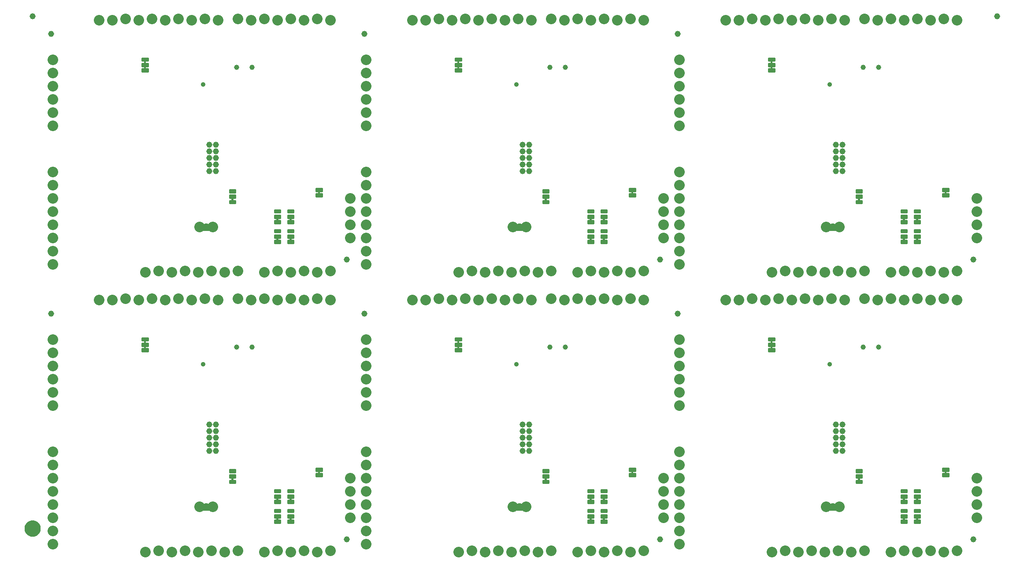
<source format=gbs>
G04 EAGLE Gerber RS-274X export*
G75*
%MOMM*%
%FSLAX34Y34*%
%LPD*%
%INSoldermask Bottom*%
%IPPOS*%
%AMOC8*
5,1,8,0,0,1.08239X$1,22.5*%
G01*
%ADD10C,2.032000*%
%ADD11C,1.002400*%
%ADD12C,1.152400*%
%ADD13C,0.251966*%
%ADD14C,0.914400*%
%ADD15C,1.270000*%
%ADD16C,1.652400*%

G36*
X1513270Y640981D02*
X1513270Y640981D01*
X1513336Y640983D01*
X1513379Y641001D01*
X1513426Y641009D01*
X1513483Y641043D01*
X1513543Y641068D01*
X1513578Y641099D01*
X1513619Y641124D01*
X1513661Y641175D01*
X1513709Y641219D01*
X1513731Y641261D01*
X1513760Y641298D01*
X1513781Y641360D01*
X1513812Y641419D01*
X1513820Y641473D01*
X1513832Y641510D01*
X1513831Y641550D01*
X1513839Y641604D01*
X1513839Y654812D01*
X1513828Y654877D01*
X1513826Y654943D01*
X1513808Y654986D01*
X1513800Y655033D01*
X1513766Y655090D01*
X1513741Y655150D01*
X1513710Y655185D01*
X1513685Y655226D01*
X1513634Y655268D01*
X1513590Y655316D01*
X1513548Y655338D01*
X1513511Y655367D01*
X1513449Y655388D01*
X1513390Y655419D01*
X1513336Y655427D01*
X1513299Y655439D01*
X1513259Y655438D01*
X1513205Y655446D01*
X1509395Y655446D01*
X1509330Y655435D01*
X1509264Y655433D01*
X1509221Y655415D01*
X1509174Y655407D01*
X1509117Y655373D01*
X1509057Y655348D01*
X1509022Y655317D01*
X1508981Y655292D01*
X1508940Y655241D01*
X1508891Y655197D01*
X1508869Y655155D01*
X1508840Y655118D01*
X1508819Y655056D01*
X1508788Y654997D01*
X1508780Y654943D01*
X1508768Y654906D01*
X1508769Y654866D01*
X1508761Y654812D01*
X1508761Y641604D01*
X1508772Y641539D01*
X1508774Y641473D01*
X1508792Y641430D01*
X1508800Y641383D01*
X1508834Y641326D01*
X1508859Y641266D01*
X1508890Y641231D01*
X1508915Y641190D01*
X1508966Y641149D01*
X1509010Y641100D01*
X1509052Y641078D01*
X1509089Y641049D01*
X1509151Y641028D01*
X1509210Y640997D01*
X1509264Y640989D01*
X1509301Y640977D01*
X1509341Y640978D01*
X1509395Y640970D01*
X1513205Y640970D01*
X1513270Y640981D01*
G37*
G36*
X911290Y640981D02*
X911290Y640981D01*
X911356Y640983D01*
X911399Y641001D01*
X911446Y641009D01*
X911503Y641043D01*
X911563Y641068D01*
X911598Y641099D01*
X911639Y641124D01*
X911681Y641175D01*
X911729Y641219D01*
X911751Y641261D01*
X911780Y641298D01*
X911801Y641360D01*
X911832Y641419D01*
X911840Y641473D01*
X911852Y641510D01*
X911851Y641550D01*
X911859Y641604D01*
X911859Y654812D01*
X911848Y654877D01*
X911846Y654943D01*
X911828Y654986D01*
X911820Y655033D01*
X911786Y655090D01*
X911761Y655150D01*
X911730Y655185D01*
X911705Y655226D01*
X911654Y655268D01*
X911610Y655316D01*
X911568Y655338D01*
X911531Y655367D01*
X911469Y655388D01*
X911410Y655419D01*
X911356Y655427D01*
X911319Y655439D01*
X911279Y655438D01*
X911225Y655446D01*
X907415Y655446D01*
X907350Y655435D01*
X907284Y655433D01*
X907241Y655415D01*
X907194Y655407D01*
X907137Y655373D01*
X907077Y655348D01*
X907042Y655317D01*
X907001Y655292D01*
X906960Y655241D01*
X906911Y655197D01*
X906889Y655155D01*
X906860Y655118D01*
X906839Y655056D01*
X906808Y654997D01*
X906800Y654943D01*
X906788Y654906D01*
X906789Y654866D01*
X906781Y654812D01*
X906781Y641604D01*
X906792Y641539D01*
X906794Y641473D01*
X906812Y641430D01*
X906820Y641383D01*
X906854Y641326D01*
X906879Y641266D01*
X906910Y641231D01*
X906935Y641190D01*
X906986Y641149D01*
X907030Y641100D01*
X907072Y641078D01*
X907109Y641049D01*
X907171Y641028D01*
X907230Y640997D01*
X907284Y640989D01*
X907321Y640977D01*
X907361Y640978D01*
X907415Y640970D01*
X911225Y640970D01*
X911290Y640981D01*
G37*
G36*
X309310Y640981D02*
X309310Y640981D01*
X309376Y640983D01*
X309419Y641001D01*
X309466Y641009D01*
X309523Y641043D01*
X309583Y641068D01*
X309618Y641099D01*
X309659Y641124D01*
X309701Y641175D01*
X309749Y641219D01*
X309771Y641261D01*
X309800Y641298D01*
X309821Y641360D01*
X309852Y641419D01*
X309860Y641473D01*
X309872Y641510D01*
X309871Y641550D01*
X309879Y641604D01*
X309879Y654812D01*
X309868Y654877D01*
X309866Y654943D01*
X309848Y654986D01*
X309840Y655033D01*
X309806Y655090D01*
X309781Y655150D01*
X309750Y655185D01*
X309725Y655226D01*
X309674Y655268D01*
X309630Y655316D01*
X309588Y655338D01*
X309551Y655367D01*
X309489Y655388D01*
X309430Y655419D01*
X309376Y655427D01*
X309339Y655439D01*
X309299Y655438D01*
X309245Y655446D01*
X305435Y655446D01*
X305370Y655435D01*
X305304Y655433D01*
X305261Y655415D01*
X305214Y655407D01*
X305157Y655373D01*
X305097Y655348D01*
X305062Y655317D01*
X305021Y655292D01*
X304980Y655241D01*
X304931Y655197D01*
X304909Y655155D01*
X304880Y655118D01*
X304859Y655056D01*
X304828Y654997D01*
X304820Y654943D01*
X304808Y654906D01*
X304809Y654866D01*
X304801Y654812D01*
X304801Y641604D01*
X304812Y641539D01*
X304814Y641473D01*
X304832Y641430D01*
X304840Y641383D01*
X304874Y641326D01*
X304899Y641266D01*
X304930Y641231D01*
X304955Y641190D01*
X305006Y641149D01*
X305050Y641100D01*
X305092Y641078D01*
X305129Y641049D01*
X305191Y641028D01*
X305250Y640997D01*
X305304Y640989D01*
X305341Y640977D01*
X305381Y640978D01*
X305435Y640970D01*
X309245Y640970D01*
X309310Y640981D01*
G37*
G36*
X309310Y102501D02*
X309310Y102501D01*
X309376Y102503D01*
X309419Y102521D01*
X309466Y102529D01*
X309523Y102563D01*
X309583Y102588D01*
X309618Y102619D01*
X309659Y102644D01*
X309701Y102695D01*
X309749Y102739D01*
X309771Y102781D01*
X309800Y102818D01*
X309821Y102880D01*
X309852Y102939D01*
X309860Y102993D01*
X309872Y103030D01*
X309871Y103070D01*
X309879Y103124D01*
X309879Y116332D01*
X309868Y116397D01*
X309866Y116463D01*
X309848Y116506D01*
X309840Y116553D01*
X309806Y116610D01*
X309781Y116670D01*
X309750Y116705D01*
X309725Y116746D01*
X309674Y116788D01*
X309630Y116836D01*
X309588Y116858D01*
X309551Y116887D01*
X309489Y116908D01*
X309430Y116939D01*
X309376Y116947D01*
X309339Y116959D01*
X309299Y116958D01*
X309245Y116966D01*
X305435Y116966D01*
X305370Y116955D01*
X305304Y116953D01*
X305261Y116935D01*
X305214Y116927D01*
X305157Y116893D01*
X305097Y116868D01*
X305062Y116837D01*
X305021Y116812D01*
X304980Y116761D01*
X304931Y116717D01*
X304909Y116675D01*
X304880Y116638D01*
X304859Y116576D01*
X304828Y116517D01*
X304820Y116463D01*
X304808Y116426D01*
X304809Y116386D01*
X304801Y116332D01*
X304801Y103124D01*
X304812Y103059D01*
X304814Y102993D01*
X304832Y102950D01*
X304840Y102903D01*
X304874Y102846D01*
X304899Y102786D01*
X304930Y102751D01*
X304955Y102710D01*
X305006Y102669D01*
X305050Y102620D01*
X305092Y102598D01*
X305129Y102569D01*
X305191Y102548D01*
X305250Y102517D01*
X305304Y102509D01*
X305341Y102497D01*
X305381Y102498D01*
X305435Y102490D01*
X309245Y102490D01*
X309310Y102501D01*
G37*
G36*
X911290Y102501D02*
X911290Y102501D01*
X911356Y102503D01*
X911399Y102521D01*
X911446Y102529D01*
X911503Y102563D01*
X911563Y102588D01*
X911598Y102619D01*
X911639Y102644D01*
X911681Y102695D01*
X911729Y102739D01*
X911751Y102781D01*
X911780Y102818D01*
X911801Y102880D01*
X911832Y102939D01*
X911840Y102993D01*
X911852Y103030D01*
X911851Y103070D01*
X911859Y103124D01*
X911859Y116332D01*
X911848Y116397D01*
X911846Y116463D01*
X911828Y116506D01*
X911820Y116553D01*
X911786Y116610D01*
X911761Y116670D01*
X911730Y116705D01*
X911705Y116746D01*
X911654Y116788D01*
X911610Y116836D01*
X911568Y116858D01*
X911531Y116887D01*
X911469Y116908D01*
X911410Y116939D01*
X911356Y116947D01*
X911319Y116959D01*
X911279Y116958D01*
X911225Y116966D01*
X907415Y116966D01*
X907350Y116955D01*
X907284Y116953D01*
X907241Y116935D01*
X907194Y116927D01*
X907137Y116893D01*
X907077Y116868D01*
X907042Y116837D01*
X907001Y116812D01*
X906960Y116761D01*
X906911Y116717D01*
X906889Y116675D01*
X906860Y116638D01*
X906839Y116576D01*
X906808Y116517D01*
X906800Y116463D01*
X906788Y116426D01*
X906789Y116386D01*
X906781Y116332D01*
X906781Y103124D01*
X906792Y103059D01*
X906794Y102993D01*
X906812Y102950D01*
X906820Y102903D01*
X906854Y102846D01*
X906879Y102786D01*
X906910Y102751D01*
X906935Y102710D01*
X906986Y102669D01*
X907030Y102620D01*
X907072Y102598D01*
X907109Y102569D01*
X907171Y102548D01*
X907230Y102517D01*
X907284Y102509D01*
X907321Y102497D01*
X907361Y102498D01*
X907415Y102490D01*
X911225Y102490D01*
X911290Y102501D01*
G37*
G36*
X1513270Y102501D02*
X1513270Y102501D01*
X1513336Y102503D01*
X1513379Y102521D01*
X1513426Y102529D01*
X1513483Y102563D01*
X1513543Y102588D01*
X1513578Y102619D01*
X1513619Y102644D01*
X1513661Y102695D01*
X1513709Y102739D01*
X1513731Y102781D01*
X1513760Y102818D01*
X1513781Y102880D01*
X1513812Y102939D01*
X1513820Y102993D01*
X1513832Y103030D01*
X1513831Y103070D01*
X1513839Y103124D01*
X1513839Y116332D01*
X1513828Y116397D01*
X1513826Y116463D01*
X1513808Y116506D01*
X1513800Y116553D01*
X1513766Y116610D01*
X1513741Y116670D01*
X1513710Y116705D01*
X1513685Y116746D01*
X1513634Y116788D01*
X1513590Y116836D01*
X1513548Y116858D01*
X1513511Y116887D01*
X1513449Y116908D01*
X1513390Y116939D01*
X1513336Y116947D01*
X1513299Y116959D01*
X1513259Y116958D01*
X1513205Y116966D01*
X1509395Y116966D01*
X1509330Y116955D01*
X1509264Y116953D01*
X1509221Y116935D01*
X1509174Y116927D01*
X1509117Y116893D01*
X1509057Y116868D01*
X1509022Y116837D01*
X1508981Y116812D01*
X1508940Y116761D01*
X1508891Y116717D01*
X1508869Y116675D01*
X1508840Y116638D01*
X1508819Y116576D01*
X1508788Y116517D01*
X1508780Y116463D01*
X1508768Y116426D01*
X1508769Y116386D01*
X1508761Y116332D01*
X1508761Y103124D01*
X1508772Y103059D01*
X1508774Y102993D01*
X1508792Y102950D01*
X1508800Y102903D01*
X1508834Y102846D01*
X1508859Y102786D01*
X1508890Y102751D01*
X1508915Y102710D01*
X1508966Y102669D01*
X1509010Y102620D01*
X1509052Y102598D01*
X1509089Y102569D01*
X1509151Y102548D01*
X1509210Y102517D01*
X1509264Y102509D01*
X1509301Y102497D01*
X1509341Y102498D01*
X1509395Y102490D01*
X1513205Y102490D01*
X1513270Y102501D01*
G37*
G36*
X793180Y953147D02*
X793180Y953147D01*
X793246Y953149D01*
X793289Y953167D01*
X793336Y953175D01*
X793393Y953209D01*
X793453Y953234D01*
X793488Y953265D01*
X793529Y953290D01*
X793571Y953341D01*
X793619Y953385D01*
X793641Y953427D01*
X793670Y953464D01*
X793691Y953526D01*
X793722Y953585D01*
X793730Y953639D01*
X793742Y953676D01*
X793741Y953716D01*
X793749Y953770D01*
X793749Y957580D01*
X793738Y957645D01*
X793736Y957711D01*
X793718Y957754D01*
X793710Y957801D01*
X793676Y957858D01*
X793651Y957918D01*
X793620Y957953D01*
X793595Y957994D01*
X793544Y958036D01*
X793500Y958084D01*
X793458Y958106D01*
X793421Y958135D01*
X793359Y958156D01*
X793300Y958187D01*
X793246Y958195D01*
X793209Y958207D01*
X793169Y958206D01*
X793115Y958214D01*
X790575Y958214D01*
X790510Y958203D01*
X790444Y958201D01*
X790401Y958183D01*
X790354Y958175D01*
X790297Y958141D01*
X790237Y958116D01*
X790202Y958085D01*
X790161Y958060D01*
X790120Y958009D01*
X790071Y957965D01*
X790049Y957923D01*
X790020Y957886D01*
X789999Y957824D01*
X789968Y957765D01*
X789960Y957711D01*
X789948Y957674D01*
X789948Y957670D01*
X789948Y957669D01*
X789949Y957634D01*
X789941Y957580D01*
X789941Y953770D01*
X789952Y953705D01*
X789954Y953639D01*
X789972Y953596D01*
X789980Y953549D01*
X790014Y953492D01*
X790039Y953432D01*
X790070Y953397D01*
X790095Y953356D01*
X790146Y953315D01*
X790190Y953266D01*
X790232Y953244D01*
X790269Y953215D01*
X790331Y953194D01*
X790390Y953163D01*
X790444Y953155D01*
X790481Y953143D01*
X790521Y953144D01*
X790575Y953136D01*
X793115Y953136D01*
X793180Y953147D01*
G37*
G36*
X191200Y953147D02*
X191200Y953147D01*
X191266Y953149D01*
X191309Y953167D01*
X191356Y953175D01*
X191413Y953209D01*
X191473Y953234D01*
X191508Y953265D01*
X191549Y953290D01*
X191591Y953341D01*
X191639Y953385D01*
X191661Y953427D01*
X191690Y953464D01*
X191711Y953526D01*
X191742Y953585D01*
X191750Y953639D01*
X191762Y953676D01*
X191761Y953716D01*
X191769Y953770D01*
X191769Y957580D01*
X191758Y957645D01*
X191756Y957711D01*
X191738Y957754D01*
X191730Y957801D01*
X191696Y957858D01*
X191671Y957918D01*
X191640Y957953D01*
X191615Y957994D01*
X191564Y958036D01*
X191520Y958084D01*
X191478Y958106D01*
X191441Y958135D01*
X191379Y958156D01*
X191320Y958187D01*
X191266Y958195D01*
X191229Y958207D01*
X191189Y958206D01*
X191135Y958214D01*
X188595Y958214D01*
X188530Y958203D01*
X188464Y958201D01*
X188421Y958183D01*
X188374Y958175D01*
X188317Y958141D01*
X188257Y958116D01*
X188222Y958085D01*
X188181Y958060D01*
X188140Y958009D01*
X188091Y957965D01*
X188069Y957923D01*
X188040Y957886D01*
X188019Y957824D01*
X187988Y957765D01*
X187980Y957711D01*
X187968Y957674D01*
X187968Y957670D01*
X187968Y957669D01*
X187969Y957634D01*
X187961Y957580D01*
X187961Y953770D01*
X187972Y953705D01*
X187974Y953639D01*
X187992Y953596D01*
X188000Y953549D01*
X188034Y953492D01*
X188059Y953432D01*
X188090Y953397D01*
X188115Y953356D01*
X188166Y953315D01*
X188210Y953266D01*
X188252Y953244D01*
X188289Y953215D01*
X188351Y953194D01*
X188410Y953163D01*
X188464Y953155D01*
X188501Y953143D01*
X188541Y953144D01*
X188595Y953136D01*
X191135Y953136D01*
X191200Y953147D01*
G37*
G36*
X1395160Y953147D02*
X1395160Y953147D01*
X1395226Y953149D01*
X1395269Y953167D01*
X1395316Y953175D01*
X1395373Y953209D01*
X1395433Y953234D01*
X1395468Y953265D01*
X1395509Y953290D01*
X1395551Y953341D01*
X1395599Y953385D01*
X1395621Y953427D01*
X1395650Y953464D01*
X1395671Y953526D01*
X1395702Y953585D01*
X1395710Y953639D01*
X1395722Y953676D01*
X1395721Y953716D01*
X1395729Y953770D01*
X1395729Y957580D01*
X1395718Y957645D01*
X1395716Y957711D01*
X1395698Y957754D01*
X1395690Y957801D01*
X1395656Y957858D01*
X1395631Y957918D01*
X1395600Y957953D01*
X1395575Y957994D01*
X1395524Y958036D01*
X1395480Y958084D01*
X1395438Y958106D01*
X1395401Y958135D01*
X1395339Y958156D01*
X1395280Y958187D01*
X1395226Y958195D01*
X1395189Y958207D01*
X1395149Y958206D01*
X1395095Y958214D01*
X1392555Y958214D01*
X1392490Y958203D01*
X1392424Y958201D01*
X1392381Y958183D01*
X1392334Y958175D01*
X1392277Y958141D01*
X1392217Y958116D01*
X1392182Y958085D01*
X1392141Y958060D01*
X1392100Y958009D01*
X1392051Y957965D01*
X1392029Y957923D01*
X1392000Y957886D01*
X1391979Y957824D01*
X1391948Y957765D01*
X1391940Y957711D01*
X1391928Y957674D01*
X1391928Y957670D01*
X1391928Y957669D01*
X1391929Y957634D01*
X1391921Y957580D01*
X1391921Y953770D01*
X1391932Y953705D01*
X1391934Y953639D01*
X1391952Y953596D01*
X1391960Y953549D01*
X1391994Y953492D01*
X1392019Y953432D01*
X1392050Y953397D01*
X1392075Y953356D01*
X1392126Y953315D01*
X1392170Y953266D01*
X1392212Y953244D01*
X1392249Y953215D01*
X1392311Y953194D01*
X1392370Y953163D01*
X1392424Y953155D01*
X1392461Y953143D01*
X1392501Y953144D01*
X1392555Y953136D01*
X1395095Y953136D01*
X1395160Y953147D01*
G37*
G36*
X1729678Y712482D02*
X1729678Y712482D01*
X1729744Y712484D01*
X1729787Y712502D01*
X1729834Y712510D01*
X1729891Y712544D01*
X1729951Y712569D01*
X1729986Y712600D01*
X1730027Y712625D01*
X1730069Y712676D01*
X1730117Y712720D01*
X1730139Y712762D01*
X1730168Y712799D01*
X1730189Y712861D01*
X1730220Y712920D01*
X1730228Y712974D01*
X1730240Y713011D01*
X1730239Y713051D01*
X1730247Y713105D01*
X1730247Y716915D01*
X1730236Y716980D01*
X1730234Y717046D01*
X1730216Y717089D01*
X1730208Y717136D01*
X1730174Y717193D01*
X1730149Y717253D01*
X1730118Y717288D01*
X1730093Y717329D01*
X1730042Y717371D01*
X1729998Y717419D01*
X1729956Y717441D01*
X1729919Y717470D01*
X1729857Y717491D01*
X1729798Y717522D01*
X1729744Y717530D01*
X1729707Y717542D01*
X1729667Y717541D01*
X1729613Y717549D01*
X1727073Y717549D01*
X1727008Y717538D01*
X1726942Y717536D01*
X1726899Y717518D01*
X1726852Y717510D01*
X1726795Y717476D01*
X1726735Y717451D01*
X1726700Y717420D01*
X1726659Y717395D01*
X1726618Y717344D01*
X1726569Y717300D01*
X1726547Y717258D01*
X1726518Y717221D01*
X1726497Y717159D01*
X1726466Y717100D01*
X1726458Y717046D01*
X1726446Y717009D01*
X1726446Y717005D01*
X1726446Y717004D01*
X1726447Y716969D01*
X1726439Y716915D01*
X1726439Y713105D01*
X1726450Y713040D01*
X1726452Y712974D01*
X1726470Y712931D01*
X1726478Y712884D01*
X1726512Y712827D01*
X1726537Y712767D01*
X1726568Y712732D01*
X1726593Y712691D01*
X1726644Y712650D01*
X1726688Y712601D01*
X1726730Y712579D01*
X1726767Y712550D01*
X1726829Y712529D01*
X1726888Y712498D01*
X1726942Y712490D01*
X1726979Y712478D01*
X1727019Y712479D01*
X1727073Y712471D01*
X1729613Y712471D01*
X1729678Y712482D01*
G37*
G36*
X1127698Y712482D02*
X1127698Y712482D01*
X1127764Y712484D01*
X1127807Y712502D01*
X1127854Y712510D01*
X1127911Y712544D01*
X1127971Y712569D01*
X1128006Y712600D01*
X1128047Y712625D01*
X1128089Y712676D01*
X1128137Y712720D01*
X1128159Y712762D01*
X1128188Y712799D01*
X1128209Y712861D01*
X1128240Y712920D01*
X1128248Y712974D01*
X1128260Y713011D01*
X1128259Y713051D01*
X1128267Y713105D01*
X1128267Y716915D01*
X1128256Y716980D01*
X1128254Y717046D01*
X1128236Y717089D01*
X1128228Y717136D01*
X1128194Y717193D01*
X1128169Y717253D01*
X1128138Y717288D01*
X1128113Y717329D01*
X1128062Y717371D01*
X1128018Y717419D01*
X1127976Y717441D01*
X1127939Y717470D01*
X1127877Y717491D01*
X1127818Y717522D01*
X1127764Y717530D01*
X1127727Y717542D01*
X1127687Y717541D01*
X1127633Y717549D01*
X1125093Y717549D01*
X1125028Y717538D01*
X1124962Y717536D01*
X1124919Y717518D01*
X1124872Y717510D01*
X1124815Y717476D01*
X1124755Y717451D01*
X1124720Y717420D01*
X1124679Y717395D01*
X1124638Y717344D01*
X1124589Y717300D01*
X1124567Y717258D01*
X1124538Y717221D01*
X1124517Y717159D01*
X1124486Y717100D01*
X1124478Y717046D01*
X1124466Y717009D01*
X1124466Y717005D01*
X1124466Y717004D01*
X1124467Y716969D01*
X1124459Y716915D01*
X1124459Y713105D01*
X1124470Y713040D01*
X1124472Y712974D01*
X1124490Y712931D01*
X1124498Y712884D01*
X1124532Y712827D01*
X1124557Y712767D01*
X1124588Y712732D01*
X1124613Y712691D01*
X1124664Y712650D01*
X1124708Y712601D01*
X1124750Y712579D01*
X1124787Y712550D01*
X1124849Y712529D01*
X1124908Y712498D01*
X1124962Y712490D01*
X1124999Y712478D01*
X1125039Y712479D01*
X1125093Y712471D01*
X1127633Y712471D01*
X1127698Y712482D01*
G37*
G36*
X525718Y712482D02*
X525718Y712482D01*
X525784Y712484D01*
X525827Y712502D01*
X525874Y712510D01*
X525931Y712544D01*
X525991Y712569D01*
X526026Y712600D01*
X526067Y712625D01*
X526109Y712676D01*
X526157Y712720D01*
X526179Y712762D01*
X526208Y712799D01*
X526229Y712861D01*
X526260Y712920D01*
X526268Y712974D01*
X526280Y713011D01*
X526279Y713051D01*
X526287Y713105D01*
X526287Y716915D01*
X526276Y716980D01*
X526274Y717046D01*
X526256Y717089D01*
X526248Y717136D01*
X526214Y717193D01*
X526189Y717253D01*
X526158Y717288D01*
X526133Y717329D01*
X526082Y717371D01*
X526038Y717419D01*
X525996Y717441D01*
X525959Y717470D01*
X525897Y717491D01*
X525838Y717522D01*
X525784Y717530D01*
X525747Y717542D01*
X525707Y717541D01*
X525653Y717549D01*
X523113Y717549D01*
X523048Y717538D01*
X522982Y717536D01*
X522939Y717518D01*
X522892Y717510D01*
X522835Y717476D01*
X522775Y717451D01*
X522740Y717420D01*
X522699Y717395D01*
X522658Y717344D01*
X522609Y717300D01*
X522587Y717258D01*
X522558Y717221D01*
X522537Y717159D01*
X522506Y717100D01*
X522498Y717046D01*
X522486Y717009D01*
X522486Y717005D01*
X522486Y717004D01*
X522487Y716969D01*
X522479Y716915D01*
X522479Y713105D01*
X522490Y713040D01*
X522492Y712974D01*
X522510Y712931D01*
X522518Y712884D01*
X522552Y712827D01*
X522577Y712767D01*
X522608Y712732D01*
X522633Y712691D01*
X522684Y712650D01*
X522728Y712601D01*
X522770Y712579D01*
X522807Y712550D01*
X522869Y712529D01*
X522928Y712498D01*
X522982Y712490D01*
X523019Y712478D01*
X523059Y712479D01*
X523113Y712471D01*
X525653Y712471D01*
X525718Y712482D01*
G37*
G36*
X961455Y699782D02*
X961455Y699782D01*
X961521Y699784D01*
X961564Y699802D01*
X961611Y699810D01*
X961668Y699844D01*
X961728Y699869D01*
X961763Y699900D01*
X961804Y699925D01*
X961846Y699976D01*
X961894Y700020D01*
X961916Y700062D01*
X961945Y700099D01*
X961966Y700161D01*
X961997Y700220D01*
X962005Y700274D01*
X962017Y700311D01*
X962016Y700351D01*
X962024Y700405D01*
X962024Y704215D01*
X962013Y704280D01*
X962011Y704346D01*
X961993Y704389D01*
X961985Y704436D01*
X961951Y704493D01*
X961926Y704553D01*
X961895Y704588D01*
X961870Y704629D01*
X961819Y704671D01*
X961775Y704719D01*
X961733Y704741D01*
X961696Y704770D01*
X961634Y704791D01*
X961575Y704822D01*
X961521Y704830D01*
X961484Y704842D01*
X961444Y704841D01*
X961390Y704849D01*
X958850Y704849D01*
X958785Y704838D01*
X958719Y704836D01*
X958676Y704818D01*
X958629Y704810D01*
X958572Y704776D01*
X958512Y704751D01*
X958477Y704720D01*
X958436Y704695D01*
X958395Y704644D01*
X958346Y704600D01*
X958324Y704558D01*
X958295Y704521D01*
X958274Y704459D01*
X958243Y704400D01*
X958235Y704346D01*
X958223Y704309D01*
X958223Y704305D01*
X958223Y704304D01*
X958224Y704269D01*
X958216Y704215D01*
X958216Y700405D01*
X958227Y700340D01*
X958229Y700274D01*
X958247Y700231D01*
X958255Y700184D01*
X958289Y700127D01*
X958314Y700067D01*
X958345Y700032D01*
X958370Y699991D01*
X958421Y699950D01*
X958465Y699901D01*
X958507Y699879D01*
X958544Y699850D01*
X958606Y699829D01*
X958665Y699798D01*
X958719Y699790D01*
X958756Y699778D01*
X958796Y699779D01*
X958850Y699771D01*
X961390Y699771D01*
X961455Y699782D01*
G37*
G36*
X1563435Y699782D02*
X1563435Y699782D01*
X1563501Y699784D01*
X1563544Y699802D01*
X1563591Y699810D01*
X1563648Y699844D01*
X1563708Y699869D01*
X1563743Y699900D01*
X1563784Y699925D01*
X1563826Y699976D01*
X1563874Y700020D01*
X1563896Y700062D01*
X1563925Y700099D01*
X1563946Y700161D01*
X1563977Y700220D01*
X1563985Y700274D01*
X1563997Y700311D01*
X1563996Y700351D01*
X1564004Y700405D01*
X1564004Y704215D01*
X1563993Y704280D01*
X1563991Y704346D01*
X1563973Y704389D01*
X1563965Y704436D01*
X1563931Y704493D01*
X1563906Y704553D01*
X1563875Y704588D01*
X1563850Y704629D01*
X1563799Y704671D01*
X1563755Y704719D01*
X1563713Y704741D01*
X1563676Y704770D01*
X1563614Y704791D01*
X1563555Y704822D01*
X1563501Y704830D01*
X1563464Y704842D01*
X1563424Y704841D01*
X1563370Y704849D01*
X1560830Y704849D01*
X1560765Y704838D01*
X1560699Y704836D01*
X1560656Y704818D01*
X1560609Y704810D01*
X1560552Y704776D01*
X1560492Y704751D01*
X1560457Y704720D01*
X1560416Y704695D01*
X1560375Y704644D01*
X1560326Y704600D01*
X1560304Y704558D01*
X1560275Y704521D01*
X1560254Y704459D01*
X1560223Y704400D01*
X1560215Y704346D01*
X1560203Y704309D01*
X1560203Y704305D01*
X1560203Y704304D01*
X1560204Y704269D01*
X1560196Y704215D01*
X1560196Y700405D01*
X1560207Y700340D01*
X1560209Y700274D01*
X1560227Y700231D01*
X1560235Y700184D01*
X1560269Y700127D01*
X1560294Y700067D01*
X1560325Y700032D01*
X1560350Y699991D01*
X1560401Y699950D01*
X1560445Y699901D01*
X1560487Y699879D01*
X1560524Y699850D01*
X1560586Y699829D01*
X1560645Y699798D01*
X1560699Y699790D01*
X1560736Y699778D01*
X1560776Y699779D01*
X1560830Y699771D01*
X1563370Y699771D01*
X1563435Y699782D01*
G37*
G36*
X359475Y699782D02*
X359475Y699782D01*
X359541Y699784D01*
X359584Y699802D01*
X359631Y699810D01*
X359688Y699844D01*
X359748Y699869D01*
X359783Y699900D01*
X359824Y699925D01*
X359866Y699976D01*
X359914Y700020D01*
X359936Y700062D01*
X359965Y700099D01*
X359986Y700161D01*
X360017Y700220D01*
X360025Y700274D01*
X360037Y700311D01*
X360036Y700351D01*
X360044Y700405D01*
X360044Y704215D01*
X360033Y704280D01*
X360031Y704346D01*
X360013Y704389D01*
X360005Y704436D01*
X359971Y704493D01*
X359946Y704553D01*
X359915Y704588D01*
X359890Y704629D01*
X359839Y704671D01*
X359795Y704719D01*
X359753Y704741D01*
X359716Y704770D01*
X359654Y704791D01*
X359595Y704822D01*
X359541Y704830D01*
X359504Y704842D01*
X359464Y704841D01*
X359410Y704849D01*
X356870Y704849D01*
X356805Y704838D01*
X356739Y704836D01*
X356696Y704818D01*
X356649Y704810D01*
X356592Y704776D01*
X356532Y704751D01*
X356497Y704720D01*
X356456Y704695D01*
X356415Y704644D01*
X356366Y704600D01*
X356344Y704558D01*
X356315Y704521D01*
X356294Y704459D01*
X356263Y704400D01*
X356255Y704346D01*
X356243Y704309D01*
X356243Y704305D01*
X356243Y704304D01*
X356244Y704269D01*
X356236Y704215D01*
X356236Y700405D01*
X356247Y700340D01*
X356249Y700274D01*
X356267Y700231D01*
X356275Y700184D01*
X356309Y700127D01*
X356334Y700067D01*
X356365Y700032D01*
X356390Y699991D01*
X356441Y699950D01*
X356485Y699901D01*
X356527Y699879D01*
X356564Y699850D01*
X356626Y699829D01*
X356685Y699798D01*
X356739Y699790D01*
X356776Y699778D01*
X356816Y699779D01*
X356870Y699771D01*
X359410Y699771D01*
X359475Y699782D01*
G37*
G36*
X445835Y661047D02*
X445835Y661047D01*
X445901Y661049D01*
X445944Y661067D01*
X445991Y661075D01*
X446048Y661109D01*
X446108Y661134D01*
X446143Y661165D01*
X446184Y661190D01*
X446226Y661241D01*
X446274Y661285D01*
X446296Y661327D01*
X446325Y661364D01*
X446346Y661426D01*
X446377Y661485D01*
X446385Y661539D01*
X446397Y661576D01*
X446396Y661616D01*
X446404Y661670D01*
X446404Y665480D01*
X446393Y665545D01*
X446391Y665611D01*
X446373Y665654D01*
X446365Y665701D01*
X446331Y665758D01*
X446306Y665818D01*
X446275Y665853D01*
X446250Y665894D01*
X446199Y665936D01*
X446155Y665984D01*
X446113Y666006D01*
X446076Y666035D01*
X446014Y666056D01*
X445955Y666087D01*
X445901Y666095D01*
X445864Y666107D01*
X445824Y666106D01*
X445770Y666114D01*
X443230Y666114D01*
X443165Y666103D01*
X443099Y666101D01*
X443056Y666083D01*
X443009Y666075D01*
X442952Y666041D01*
X442892Y666016D01*
X442857Y665985D01*
X442816Y665960D01*
X442775Y665909D01*
X442726Y665865D01*
X442704Y665823D01*
X442675Y665786D01*
X442654Y665724D01*
X442623Y665665D01*
X442615Y665611D01*
X442603Y665574D01*
X442603Y665570D01*
X442603Y665569D01*
X442604Y665534D01*
X442596Y665480D01*
X442596Y661670D01*
X442607Y661605D01*
X442609Y661539D01*
X442627Y661496D01*
X442635Y661449D01*
X442669Y661392D01*
X442694Y661332D01*
X442725Y661297D01*
X442750Y661256D01*
X442801Y661215D01*
X442845Y661166D01*
X442887Y661144D01*
X442924Y661115D01*
X442986Y661094D01*
X443045Y661063D01*
X443099Y661055D01*
X443136Y661043D01*
X443176Y661044D01*
X443230Y661036D01*
X445770Y661036D01*
X445835Y661047D01*
G37*
G36*
X1073215Y661047D02*
X1073215Y661047D01*
X1073281Y661049D01*
X1073324Y661067D01*
X1073371Y661075D01*
X1073428Y661109D01*
X1073488Y661134D01*
X1073523Y661165D01*
X1073564Y661190D01*
X1073606Y661241D01*
X1073654Y661285D01*
X1073676Y661327D01*
X1073705Y661364D01*
X1073726Y661426D01*
X1073757Y661485D01*
X1073765Y661539D01*
X1073777Y661576D01*
X1073776Y661616D01*
X1073784Y661670D01*
X1073784Y665480D01*
X1073773Y665545D01*
X1073771Y665611D01*
X1073753Y665654D01*
X1073745Y665701D01*
X1073711Y665758D01*
X1073686Y665818D01*
X1073655Y665853D01*
X1073630Y665894D01*
X1073579Y665936D01*
X1073535Y665984D01*
X1073493Y666006D01*
X1073456Y666035D01*
X1073394Y666056D01*
X1073335Y666087D01*
X1073281Y666095D01*
X1073244Y666107D01*
X1073204Y666106D01*
X1073150Y666114D01*
X1070610Y666114D01*
X1070545Y666103D01*
X1070479Y666101D01*
X1070436Y666083D01*
X1070389Y666075D01*
X1070332Y666041D01*
X1070272Y666016D01*
X1070237Y665985D01*
X1070196Y665960D01*
X1070155Y665909D01*
X1070106Y665865D01*
X1070084Y665823D01*
X1070055Y665786D01*
X1070034Y665724D01*
X1070003Y665665D01*
X1069995Y665611D01*
X1069983Y665574D01*
X1069983Y665570D01*
X1069983Y665569D01*
X1069984Y665534D01*
X1069976Y665480D01*
X1069976Y661670D01*
X1069987Y661605D01*
X1069989Y661539D01*
X1070007Y661496D01*
X1070015Y661449D01*
X1070049Y661392D01*
X1070074Y661332D01*
X1070105Y661297D01*
X1070130Y661256D01*
X1070181Y661215D01*
X1070225Y661166D01*
X1070267Y661144D01*
X1070304Y661115D01*
X1070366Y661094D01*
X1070425Y661063D01*
X1070479Y661055D01*
X1070516Y661043D01*
X1070556Y661044D01*
X1070610Y661036D01*
X1073150Y661036D01*
X1073215Y661047D01*
G37*
G36*
X1047815Y661047D02*
X1047815Y661047D01*
X1047881Y661049D01*
X1047924Y661067D01*
X1047971Y661075D01*
X1048028Y661109D01*
X1048088Y661134D01*
X1048123Y661165D01*
X1048164Y661190D01*
X1048206Y661241D01*
X1048254Y661285D01*
X1048276Y661327D01*
X1048305Y661364D01*
X1048326Y661426D01*
X1048357Y661485D01*
X1048365Y661539D01*
X1048377Y661576D01*
X1048376Y661616D01*
X1048384Y661670D01*
X1048384Y665480D01*
X1048373Y665545D01*
X1048371Y665611D01*
X1048353Y665654D01*
X1048345Y665701D01*
X1048311Y665758D01*
X1048286Y665818D01*
X1048255Y665853D01*
X1048230Y665894D01*
X1048179Y665936D01*
X1048135Y665984D01*
X1048093Y666006D01*
X1048056Y666035D01*
X1047994Y666056D01*
X1047935Y666087D01*
X1047881Y666095D01*
X1047844Y666107D01*
X1047804Y666106D01*
X1047750Y666114D01*
X1045210Y666114D01*
X1045145Y666103D01*
X1045079Y666101D01*
X1045036Y666083D01*
X1044989Y666075D01*
X1044932Y666041D01*
X1044872Y666016D01*
X1044837Y665985D01*
X1044796Y665960D01*
X1044755Y665909D01*
X1044706Y665865D01*
X1044684Y665823D01*
X1044655Y665786D01*
X1044634Y665724D01*
X1044603Y665665D01*
X1044595Y665611D01*
X1044583Y665574D01*
X1044583Y665570D01*
X1044583Y665569D01*
X1044584Y665534D01*
X1044576Y665480D01*
X1044576Y661670D01*
X1044587Y661605D01*
X1044589Y661539D01*
X1044607Y661496D01*
X1044615Y661449D01*
X1044649Y661392D01*
X1044674Y661332D01*
X1044705Y661297D01*
X1044730Y661256D01*
X1044781Y661215D01*
X1044825Y661166D01*
X1044867Y661144D01*
X1044904Y661115D01*
X1044966Y661094D01*
X1045025Y661063D01*
X1045079Y661055D01*
X1045116Y661043D01*
X1045156Y661044D01*
X1045210Y661036D01*
X1047750Y661036D01*
X1047815Y661047D01*
G37*
G36*
X1649795Y661047D02*
X1649795Y661047D01*
X1649861Y661049D01*
X1649904Y661067D01*
X1649951Y661075D01*
X1650008Y661109D01*
X1650068Y661134D01*
X1650103Y661165D01*
X1650144Y661190D01*
X1650186Y661241D01*
X1650234Y661285D01*
X1650256Y661327D01*
X1650285Y661364D01*
X1650306Y661426D01*
X1650337Y661485D01*
X1650345Y661539D01*
X1650357Y661576D01*
X1650356Y661616D01*
X1650364Y661670D01*
X1650364Y665480D01*
X1650353Y665545D01*
X1650351Y665611D01*
X1650333Y665654D01*
X1650325Y665701D01*
X1650291Y665758D01*
X1650266Y665818D01*
X1650235Y665853D01*
X1650210Y665894D01*
X1650159Y665936D01*
X1650115Y665984D01*
X1650073Y666006D01*
X1650036Y666035D01*
X1649974Y666056D01*
X1649915Y666087D01*
X1649861Y666095D01*
X1649824Y666107D01*
X1649784Y666106D01*
X1649730Y666114D01*
X1647190Y666114D01*
X1647125Y666103D01*
X1647059Y666101D01*
X1647016Y666083D01*
X1646969Y666075D01*
X1646912Y666041D01*
X1646852Y666016D01*
X1646817Y665985D01*
X1646776Y665960D01*
X1646735Y665909D01*
X1646686Y665865D01*
X1646664Y665823D01*
X1646635Y665786D01*
X1646614Y665724D01*
X1646583Y665665D01*
X1646575Y665611D01*
X1646563Y665574D01*
X1646563Y665570D01*
X1646563Y665569D01*
X1646564Y665534D01*
X1646556Y665480D01*
X1646556Y661670D01*
X1646567Y661605D01*
X1646569Y661539D01*
X1646587Y661496D01*
X1646595Y661449D01*
X1646629Y661392D01*
X1646654Y661332D01*
X1646685Y661297D01*
X1646710Y661256D01*
X1646761Y661215D01*
X1646805Y661166D01*
X1646847Y661144D01*
X1646884Y661115D01*
X1646946Y661094D01*
X1647005Y661063D01*
X1647059Y661055D01*
X1647096Y661043D01*
X1647136Y661044D01*
X1647190Y661036D01*
X1649730Y661036D01*
X1649795Y661047D01*
G37*
G36*
X1675195Y661047D02*
X1675195Y661047D01*
X1675261Y661049D01*
X1675304Y661067D01*
X1675351Y661075D01*
X1675408Y661109D01*
X1675468Y661134D01*
X1675503Y661165D01*
X1675544Y661190D01*
X1675586Y661241D01*
X1675634Y661285D01*
X1675656Y661327D01*
X1675685Y661364D01*
X1675706Y661426D01*
X1675737Y661485D01*
X1675745Y661539D01*
X1675757Y661576D01*
X1675756Y661616D01*
X1675764Y661670D01*
X1675764Y665480D01*
X1675753Y665545D01*
X1675751Y665611D01*
X1675733Y665654D01*
X1675725Y665701D01*
X1675691Y665758D01*
X1675666Y665818D01*
X1675635Y665853D01*
X1675610Y665894D01*
X1675559Y665936D01*
X1675515Y665984D01*
X1675473Y666006D01*
X1675436Y666035D01*
X1675374Y666056D01*
X1675315Y666087D01*
X1675261Y666095D01*
X1675224Y666107D01*
X1675184Y666106D01*
X1675130Y666114D01*
X1672590Y666114D01*
X1672525Y666103D01*
X1672459Y666101D01*
X1672416Y666083D01*
X1672369Y666075D01*
X1672312Y666041D01*
X1672252Y666016D01*
X1672217Y665985D01*
X1672176Y665960D01*
X1672135Y665909D01*
X1672086Y665865D01*
X1672064Y665823D01*
X1672035Y665786D01*
X1672014Y665724D01*
X1671983Y665665D01*
X1671975Y665611D01*
X1671963Y665574D01*
X1671963Y665570D01*
X1671963Y665569D01*
X1671964Y665534D01*
X1671956Y665480D01*
X1671956Y661670D01*
X1671967Y661605D01*
X1671969Y661539D01*
X1671987Y661496D01*
X1671995Y661449D01*
X1672029Y661392D01*
X1672054Y661332D01*
X1672085Y661297D01*
X1672110Y661256D01*
X1672161Y661215D01*
X1672205Y661166D01*
X1672247Y661144D01*
X1672284Y661115D01*
X1672346Y661094D01*
X1672405Y661063D01*
X1672459Y661055D01*
X1672496Y661043D01*
X1672536Y661044D01*
X1672590Y661036D01*
X1675130Y661036D01*
X1675195Y661047D01*
G37*
G36*
X471235Y661047D02*
X471235Y661047D01*
X471301Y661049D01*
X471344Y661067D01*
X471391Y661075D01*
X471448Y661109D01*
X471508Y661134D01*
X471543Y661165D01*
X471584Y661190D01*
X471626Y661241D01*
X471674Y661285D01*
X471696Y661327D01*
X471725Y661364D01*
X471746Y661426D01*
X471777Y661485D01*
X471785Y661539D01*
X471797Y661576D01*
X471796Y661616D01*
X471804Y661670D01*
X471804Y665480D01*
X471793Y665545D01*
X471791Y665611D01*
X471773Y665654D01*
X471765Y665701D01*
X471731Y665758D01*
X471706Y665818D01*
X471675Y665853D01*
X471650Y665894D01*
X471599Y665936D01*
X471555Y665984D01*
X471513Y666006D01*
X471476Y666035D01*
X471414Y666056D01*
X471355Y666087D01*
X471301Y666095D01*
X471264Y666107D01*
X471224Y666106D01*
X471170Y666114D01*
X468630Y666114D01*
X468565Y666103D01*
X468499Y666101D01*
X468456Y666083D01*
X468409Y666075D01*
X468352Y666041D01*
X468292Y666016D01*
X468257Y665985D01*
X468216Y665960D01*
X468175Y665909D01*
X468126Y665865D01*
X468104Y665823D01*
X468075Y665786D01*
X468054Y665724D01*
X468023Y665665D01*
X468015Y665611D01*
X468003Y665574D01*
X468003Y665570D01*
X468003Y665569D01*
X468004Y665534D01*
X467996Y665480D01*
X467996Y661670D01*
X468007Y661605D01*
X468009Y661539D01*
X468027Y661496D01*
X468035Y661449D01*
X468069Y661392D01*
X468094Y661332D01*
X468125Y661297D01*
X468150Y661256D01*
X468201Y661215D01*
X468245Y661166D01*
X468287Y661144D01*
X468324Y661115D01*
X468386Y661094D01*
X468445Y661063D01*
X468499Y661055D01*
X468536Y661043D01*
X468576Y661044D01*
X468630Y661036D01*
X471170Y661036D01*
X471235Y661047D01*
G37*
G36*
X1675195Y622947D02*
X1675195Y622947D01*
X1675261Y622949D01*
X1675304Y622967D01*
X1675351Y622975D01*
X1675408Y623009D01*
X1675468Y623034D01*
X1675503Y623065D01*
X1675544Y623090D01*
X1675586Y623141D01*
X1675634Y623185D01*
X1675656Y623227D01*
X1675685Y623264D01*
X1675706Y623326D01*
X1675737Y623385D01*
X1675745Y623439D01*
X1675757Y623476D01*
X1675756Y623516D01*
X1675764Y623570D01*
X1675764Y627380D01*
X1675753Y627445D01*
X1675751Y627511D01*
X1675733Y627554D01*
X1675725Y627601D01*
X1675691Y627658D01*
X1675666Y627718D01*
X1675635Y627753D01*
X1675610Y627794D01*
X1675559Y627836D01*
X1675515Y627884D01*
X1675473Y627906D01*
X1675436Y627935D01*
X1675374Y627956D01*
X1675315Y627987D01*
X1675261Y627995D01*
X1675224Y628007D01*
X1675184Y628006D01*
X1675130Y628014D01*
X1672590Y628014D01*
X1672525Y628003D01*
X1672459Y628001D01*
X1672416Y627983D01*
X1672369Y627975D01*
X1672312Y627941D01*
X1672252Y627916D01*
X1672217Y627885D01*
X1672176Y627860D01*
X1672135Y627809D01*
X1672086Y627765D01*
X1672064Y627723D01*
X1672035Y627686D01*
X1672014Y627624D01*
X1671983Y627565D01*
X1671975Y627511D01*
X1671963Y627474D01*
X1671963Y627470D01*
X1671963Y627469D01*
X1671964Y627434D01*
X1671956Y627380D01*
X1671956Y623570D01*
X1671967Y623505D01*
X1671969Y623439D01*
X1671987Y623396D01*
X1671995Y623349D01*
X1672029Y623292D01*
X1672054Y623232D01*
X1672085Y623197D01*
X1672110Y623156D01*
X1672161Y623115D01*
X1672205Y623066D01*
X1672247Y623044D01*
X1672284Y623015D01*
X1672346Y622994D01*
X1672405Y622963D01*
X1672459Y622955D01*
X1672496Y622943D01*
X1672536Y622944D01*
X1672590Y622936D01*
X1675130Y622936D01*
X1675195Y622947D01*
G37*
G36*
X1649795Y622947D02*
X1649795Y622947D01*
X1649861Y622949D01*
X1649904Y622967D01*
X1649951Y622975D01*
X1650008Y623009D01*
X1650068Y623034D01*
X1650103Y623065D01*
X1650144Y623090D01*
X1650186Y623141D01*
X1650234Y623185D01*
X1650256Y623227D01*
X1650285Y623264D01*
X1650306Y623326D01*
X1650337Y623385D01*
X1650345Y623439D01*
X1650357Y623476D01*
X1650356Y623516D01*
X1650364Y623570D01*
X1650364Y627380D01*
X1650353Y627445D01*
X1650351Y627511D01*
X1650333Y627554D01*
X1650325Y627601D01*
X1650291Y627658D01*
X1650266Y627718D01*
X1650235Y627753D01*
X1650210Y627794D01*
X1650159Y627836D01*
X1650115Y627884D01*
X1650073Y627906D01*
X1650036Y627935D01*
X1649974Y627956D01*
X1649915Y627987D01*
X1649861Y627995D01*
X1649824Y628007D01*
X1649784Y628006D01*
X1649730Y628014D01*
X1647190Y628014D01*
X1647125Y628003D01*
X1647059Y628001D01*
X1647016Y627983D01*
X1646969Y627975D01*
X1646912Y627941D01*
X1646852Y627916D01*
X1646817Y627885D01*
X1646776Y627860D01*
X1646735Y627809D01*
X1646686Y627765D01*
X1646664Y627723D01*
X1646635Y627686D01*
X1646614Y627624D01*
X1646583Y627565D01*
X1646575Y627511D01*
X1646563Y627474D01*
X1646563Y627470D01*
X1646563Y627469D01*
X1646564Y627434D01*
X1646556Y627380D01*
X1646556Y623570D01*
X1646567Y623505D01*
X1646569Y623439D01*
X1646587Y623396D01*
X1646595Y623349D01*
X1646629Y623292D01*
X1646654Y623232D01*
X1646685Y623197D01*
X1646710Y623156D01*
X1646761Y623115D01*
X1646805Y623066D01*
X1646847Y623044D01*
X1646884Y623015D01*
X1646946Y622994D01*
X1647005Y622963D01*
X1647059Y622955D01*
X1647096Y622943D01*
X1647136Y622944D01*
X1647190Y622936D01*
X1649730Y622936D01*
X1649795Y622947D01*
G37*
G36*
X445835Y622947D02*
X445835Y622947D01*
X445901Y622949D01*
X445944Y622967D01*
X445991Y622975D01*
X446048Y623009D01*
X446108Y623034D01*
X446143Y623065D01*
X446184Y623090D01*
X446226Y623141D01*
X446274Y623185D01*
X446296Y623227D01*
X446325Y623264D01*
X446346Y623326D01*
X446377Y623385D01*
X446385Y623439D01*
X446397Y623476D01*
X446396Y623516D01*
X446404Y623570D01*
X446404Y627380D01*
X446393Y627445D01*
X446391Y627511D01*
X446373Y627554D01*
X446365Y627601D01*
X446331Y627658D01*
X446306Y627718D01*
X446275Y627753D01*
X446250Y627794D01*
X446199Y627836D01*
X446155Y627884D01*
X446113Y627906D01*
X446076Y627935D01*
X446014Y627956D01*
X445955Y627987D01*
X445901Y627995D01*
X445864Y628007D01*
X445824Y628006D01*
X445770Y628014D01*
X443230Y628014D01*
X443165Y628003D01*
X443099Y628001D01*
X443056Y627983D01*
X443009Y627975D01*
X442952Y627941D01*
X442892Y627916D01*
X442857Y627885D01*
X442816Y627860D01*
X442775Y627809D01*
X442726Y627765D01*
X442704Y627723D01*
X442675Y627686D01*
X442654Y627624D01*
X442623Y627565D01*
X442615Y627511D01*
X442603Y627474D01*
X442603Y627470D01*
X442603Y627469D01*
X442604Y627434D01*
X442596Y627380D01*
X442596Y623570D01*
X442607Y623505D01*
X442609Y623439D01*
X442627Y623396D01*
X442635Y623349D01*
X442669Y623292D01*
X442694Y623232D01*
X442725Y623197D01*
X442750Y623156D01*
X442801Y623115D01*
X442845Y623066D01*
X442887Y623044D01*
X442924Y623015D01*
X442986Y622994D01*
X443045Y622963D01*
X443099Y622955D01*
X443136Y622943D01*
X443176Y622944D01*
X443230Y622936D01*
X445770Y622936D01*
X445835Y622947D01*
G37*
G36*
X1073215Y622947D02*
X1073215Y622947D01*
X1073281Y622949D01*
X1073324Y622967D01*
X1073371Y622975D01*
X1073428Y623009D01*
X1073488Y623034D01*
X1073523Y623065D01*
X1073564Y623090D01*
X1073606Y623141D01*
X1073654Y623185D01*
X1073676Y623227D01*
X1073705Y623264D01*
X1073726Y623326D01*
X1073757Y623385D01*
X1073765Y623439D01*
X1073777Y623476D01*
X1073776Y623516D01*
X1073784Y623570D01*
X1073784Y627380D01*
X1073773Y627445D01*
X1073771Y627511D01*
X1073753Y627554D01*
X1073745Y627601D01*
X1073711Y627658D01*
X1073686Y627718D01*
X1073655Y627753D01*
X1073630Y627794D01*
X1073579Y627836D01*
X1073535Y627884D01*
X1073493Y627906D01*
X1073456Y627935D01*
X1073394Y627956D01*
X1073335Y627987D01*
X1073281Y627995D01*
X1073244Y628007D01*
X1073204Y628006D01*
X1073150Y628014D01*
X1070610Y628014D01*
X1070545Y628003D01*
X1070479Y628001D01*
X1070436Y627983D01*
X1070389Y627975D01*
X1070332Y627941D01*
X1070272Y627916D01*
X1070237Y627885D01*
X1070196Y627860D01*
X1070155Y627809D01*
X1070106Y627765D01*
X1070084Y627723D01*
X1070055Y627686D01*
X1070034Y627624D01*
X1070003Y627565D01*
X1069995Y627511D01*
X1069983Y627474D01*
X1069983Y627470D01*
X1069983Y627469D01*
X1069984Y627434D01*
X1069976Y627380D01*
X1069976Y623570D01*
X1069987Y623505D01*
X1069989Y623439D01*
X1070007Y623396D01*
X1070015Y623349D01*
X1070049Y623292D01*
X1070074Y623232D01*
X1070105Y623197D01*
X1070130Y623156D01*
X1070181Y623115D01*
X1070225Y623066D01*
X1070267Y623044D01*
X1070304Y623015D01*
X1070366Y622994D01*
X1070425Y622963D01*
X1070479Y622955D01*
X1070516Y622943D01*
X1070556Y622944D01*
X1070610Y622936D01*
X1073150Y622936D01*
X1073215Y622947D01*
G37*
G36*
X471235Y622947D02*
X471235Y622947D01*
X471301Y622949D01*
X471344Y622967D01*
X471391Y622975D01*
X471448Y623009D01*
X471508Y623034D01*
X471543Y623065D01*
X471584Y623090D01*
X471626Y623141D01*
X471674Y623185D01*
X471696Y623227D01*
X471725Y623264D01*
X471746Y623326D01*
X471777Y623385D01*
X471785Y623439D01*
X471797Y623476D01*
X471796Y623516D01*
X471804Y623570D01*
X471804Y627380D01*
X471793Y627445D01*
X471791Y627511D01*
X471773Y627554D01*
X471765Y627601D01*
X471731Y627658D01*
X471706Y627718D01*
X471675Y627753D01*
X471650Y627794D01*
X471599Y627836D01*
X471555Y627884D01*
X471513Y627906D01*
X471476Y627935D01*
X471414Y627956D01*
X471355Y627987D01*
X471301Y627995D01*
X471264Y628007D01*
X471224Y628006D01*
X471170Y628014D01*
X468630Y628014D01*
X468565Y628003D01*
X468499Y628001D01*
X468456Y627983D01*
X468409Y627975D01*
X468352Y627941D01*
X468292Y627916D01*
X468257Y627885D01*
X468216Y627860D01*
X468175Y627809D01*
X468126Y627765D01*
X468104Y627723D01*
X468075Y627686D01*
X468054Y627624D01*
X468023Y627565D01*
X468015Y627511D01*
X468003Y627474D01*
X468003Y627470D01*
X468003Y627469D01*
X468004Y627434D01*
X467996Y627380D01*
X467996Y623570D01*
X468007Y623505D01*
X468009Y623439D01*
X468027Y623396D01*
X468035Y623349D01*
X468069Y623292D01*
X468094Y623232D01*
X468125Y623197D01*
X468150Y623156D01*
X468201Y623115D01*
X468245Y623066D01*
X468287Y623044D01*
X468324Y623015D01*
X468386Y622994D01*
X468445Y622963D01*
X468499Y622955D01*
X468536Y622943D01*
X468576Y622944D01*
X468630Y622936D01*
X471170Y622936D01*
X471235Y622947D01*
G37*
G36*
X1047815Y622947D02*
X1047815Y622947D01*
X1047881Y622949D01*
X1047924Y622967D01*
X1047971Y622975D01*
X1048028Y623009D01*
X1048088Y623034D01*
X1048123Y623065D01*
X1048164Y623090D01*
X1048206Y623141D01*
X1048254Y623185D01*
X1048276Y623227D01*
X1048305Y623264D01*
X1048326Y623326D01*
X1048357Y623385D01*
X1048365Y623439D01*
X1048377Y623476D01*
X1048376Y623516D01*
X1048384Y623570D01*
X1048384Y627380D01*
X1048373Y627445D01*
X1048371Y627511D01*
X1048353Y627554D01*
X1048345Y627601D01*
X1048311Y627658D01*
X1048286Y627718D01*
X1048255Y627753D01*
X1048230Y627794D01*
X1048179Y627836D01*
X1048135Y627884D01*
X1048093Y627906D01*
X1048056Y627935D01*
X1047994Y627956D01*
X1047935Y627987D01*
X1047881Y627995D01*
X1047844Y628007D01*
X1047804Y628006D01*
X1047750Y628014D01*
X1045210Y628014D01*
X1045145Y628003D01*
X1045079Y628001D01*
X1045036Y627983D01*
X1044989Y627975D01*
X1044932Y627941D01*
X1044872Y627916D01*
X1044837Y627885D01*
X1044796Y627860D01*
X1044755Y627809D01*
X1044706Y627765D01*
X1044684Y627723D01*
X1044655Y627686D01*
X1044634Y627624D01*
X1044603Y627565D01*
X1044595Y627511D01*
X1044583Y627474D01*
X1044583Y627470D01*
X1044583Y627469D01*
X1044584Y627434D01*
X1044576Y627380D01*
X1044576Y623570D01*
X1044587Y623505D01*
X1044589Y623439D01*
X1044607Y623396D01*
X1044615Y623349D01*
X1044649Y623292D01*
X1044674Y623232D01*
X1044705Y623197D01*
X1044730Y623156D01*
X1044781Y623115D01*
X1044825Y623066D01*
X1044867Y623044D01*
X1044904Y623015D01*
X1044966Y622994D01*
X1045025Y622963D01*
X1045079Y622955D01*
X1045116Y622943D01*
X1045156Y622944D01*
X1045210Y622936D01*
X1047750Y622936D01*
X1047815Y622947D01*
G37*
G36*
X1395160Y424827D02*
X1395160Y424827D01*
X1395226Y424829D01*
X1395269Y424847D01*
X1395316Y424855D01*
X1395373Y424889D01*
X1395433Y424914D01*
X1395468Y424945D01*
X1395509Y424970D01*
X1395551Y425021D01*
X1395599Y425065D01*
X1395621Y425107D01*
X1395650Y425144D01*
X1395671Y425206D01*
X1395702Y425265D01*
X1395710Y425319D01*
X1395722Y425356D01*
X1395721Y425396D01*
X1395729Y425450D01*
X1395729Y429260D01*
X1395718Y429325D01*
X1395716Y429391D01*
X1395698Y429434D01*
X1395690Y429481D01*
X1395656Y429538D01*
X1395631Y429598D01*
X1395600Y429633D01*
X1395575Y429674D01*
X1395524Y429716D01*
X1395480Y429764D01*
X1395438Y429786D01*
X1395401Y429815D01*
X1395339Y429836D01*
X1395280Y429867D01*
X1395226Y429875D01*
X1395189Y429887D01*
X1395149Y429886D01*
X1395095Y429894D01*
X1392555Y429894D01*
X1392490Y429883D01*
X1392424Y429881D01*
X1392381Y429863D01*
X1392334Y429855D01*
X1392277Y429821D01*
X1392217Y429796D01*
X1392182Y429765D01*
X1392141Y429740D01*
X1392100Y429689D01*
X1392051Y429645D01*
X1392029Y429603D01*
X1392000Y429566D01*
X1391979Y429504D01*
X1391948Y429445D01*
X1391940Y429391D01*
X1391928Y429354D01*
X1391928Y429350D01*
X1391928Y429349D01*
X1391929Y429314D01*
X1391921Y429260D01*
X1391921Y425450D01*
X1391932Y425385D01*
X1391934Y425319D01*
X1391952Y425276D01*
X1391960Y425229D01*
X1391994Y425172D01*
X1392019Y425112D01*
X1392050Y425077D01*
X1392075Y425036D01*
X1392126Y424995D01*
X1392170Y424946D01*
X1392212Y424924D01*
X1392249Y424895D01*
X1392311Y424874D01*
X1392370Y424843D01*
X1392424Y424835D01*
X1392461Y424823D01*
X1392501Y424824D01*
X1392555Y424816D01*
X1395095Y424816D01*
X1395160Y424827D01*
G37*
G36*
X793180Y424827D02*
X793180Y424827D01*
X793246Y424829D01*
X793289Y424847D01*
X793336Y424855D01*
X793393Y424889D01*
X793453Y424914D01*
X793488Y424945D01*
X793529Y424970D01*
X793571Y425021D01*
X793619Y425065D01*
X793641Y425107D01*
X793670Y425144D01*
X793691Y425206D01*
X793722Y425265D01*
X793730Y425319D01*
X793742Y425356D01*
X793741Y425396D01*
X793749Y425450D01*
X793749Y429260D01*
X793738Y429325D01*
X793736Y429391D01*
X793718Y429434D01*
X793710Y429481D01*
X793676Y429538D01*
X793651Y429598D01*
X793620Y429633D01*
X793595Y429674D01*
X793544Y429716D01*
X793500Y429764D01*
X793458Y429786D01*
X793421Y429815D01*
X793359Y429836D01*
X793300Y429867D01*
X793246Y429875D01*
X793209Y429887D01*
X793169Y429886D01*
X793115Y429894D01*
X790575Y429894D01*
X790510Y429883D01*
X790444Y429881D01*
X790401Y429863D01*
X790354Y429855D01*
X790297Y429821D01*
X790237Y429796D01*
X790202Y429765D01*
X790161Y429740D01*
X790120Y429689D01*
X790071Y429645D01*
X790049Y429603D01*
X790020Y429566D01*
X789999Y429504D01*
X789968Y429445D01*
X789960Y429391D01*
X789948Y429354D01*
X789948Y429350D01*
X789948Y429349D01*
X789949Y429314D01*
X789941Y429260D01*
X789941Y425450D01*
X789952Y425385D01*
X789954Y425319D01*
X789972Y425276D01*
X789980Y425229D01*
X790014Y425172D01*
X790039Y425112D01*
X790070Y425077D01*
X790095Y425036D01*
X790146Y424995D01*
X790190Y424946D01*
X790232Y424924D01*
X790269Y424895D01*
X790331Y424874D01*
X790390Y424843D01*
X790444Y424835D01*
X790481Y424823D01*
X790521Y424824D01*
X790575Y424816D01*
X793115Y424816D01*
X793180Y424827D01*
G37*
G36*
X191200Y424827D02*
X191200Y424827D01*
X191266Y424829D01*
X191309Y424847D01*
X191356Y424855D01*
X191413Y424889D01*
X191473Y424914D01*
X191508Y424945D01*
X191549Y424970D01*
X191591Y425021D01*
X191639Y425065D01*
X191661Y425107D01*
X191690Y425144D01*
X191711Y425206D01*
X191742Y425265D01*
X191750Y425319D01*
X191762Y425356D01*
X191761Y425396D01*
X191769Y425450D01*
X191769Y429260D01*
X191758Y429325D01*
X191756Y429391D01*
X191738Y429434D01*
X191730Y429481D01*
X191696Y429538D01*
X191671Y429598D01*
X191640Y429633D01*
X191615Y429674D01*
X191564Y429716D01*
X191520Y429764D01*
X191478Y429786D01*
X191441Y429815D01*
X191379Y429836D01*
X191320Y429867D01*
X191266Y429875D01*
X191229Y429887D01*
X191189Y429886D01*
X191135Y429894D01*
X188595Y429894D01*
X188530Y429883D01*
X188464Y429881D01*
X188421Y429863D01*
X188374Y429855D01*
X188317Y429821D01*
X188257Y429796D01*
X188222Y429765D01*
X188181Y429740D01*
X188140Y429689D01*
X188091Y429645D01*
X188069Y429603D01*
X188040Y429566D01*
X188019Y429504D01*
X187988Y429445D01*
X187980Y429391D01*
X187968Y429354D01*
X187968Y429350D01*
X187968Y429349D01*
X187969Y429314D01*
X187961Y429260D01*
X187961Y425450D01*
X187972Y425385D01*
X187974Y425319D01*
X187992Y425276D01*
X188000Y425229D01*
X188034Y425172D01*
X188059Y425112D01*
X188090Y425077D01*
X188115Y425036D01*
X188166Y424995D01*
X188210Y424946D01*
X188252Y424924D01*
X188289Y424895D01*
X188351Y424874D01*
X188410Y424843D01*
X188464Y424835D01*
X188501Y424823D01*
X188541Y424824D01*
X188595Y424816D01*
X191135Y424816D01*
X191200Y424827D01*
G37*
G36*
X1395160Y414667D02*
X1395160Y414667D01*
X1395226Y414669D01*
X1395269Y414687D01*
X1395316Y414695D01*
X1395373Y414729D01*
X1395433Y414754D01*
X1395468Y414785D01*
X1395509Y414810D01*
X1395551Y414861D01*
X1395599Y414905D01*
X1395621Y414947D01*
X1395650Y414984D01*
X1395671Y415046D01*
X1395702Y415105D01*
X1395710Y415159D01*
X1395722Y415196D01*
X1395721Y415236D01*
X1395729Y415290D01*
X1395729Y419100D01*
X1395718Y419165D01*
X1395716Y419231D01*
X1395698Y419274D01*
X1395690Y419321D01*
X1395656Y419378D01*
X1395631Y419438D01*
X1395600Y419473D01*
X1395575Y419514D01*
X1395524Y419556D01*
X1395480Y419604D01*
X1395438Y419626D01*
X1395401Y419655D01*
X1395339Y419676D01*
X1395280Y419707D01*
X1395226Y419715D01*
X1395189Y419727D01*
X1395149Y419726D01*
X1395095Y419734D01*
X1392555Y419734D01*
X1392490Y419723D01*
X1392424Y419721D01*
X1392381Y419703D01*
X1392334Y419695D01*
X1392277Y419661D01*
X1392217Y419636D01*
X1392182Y419605D01*
X1392141Y419580D01*
X1392100Y419529D01*
X1392051Y419485D01*
X1392029Y419443D01*
X1392000Y419406D01*
X1391979Y419344D01*
X1391948Y419285D01*
X1391940Y419231D01*
X1391928Y419194D01*
X1391928Y419190D01*
X1391928Y419189D01*
X1391929Y419154D01*
X1391921Y419100D01*
X1391921Y415290D01*
X1391932Y415225D01*
X1391934Y415159D01*
X1391952Y415116D01*
X1391960Y415069D01*
X1391994Y415012D01*
X1392019Y414952D01*
X1392050Y414917D01*
X1392075Y414876D01*
X1392126Y414835D01*
X1392170Y414786D01*
X1392212Y414764D01*
X1392249Y414735D01*
X1392311Y414714D01*
X1392370Y414683D01*
X1392424Y414675D01*
X1392461Y414663D01*
X1392501Y414664D01*
X1392555Y414656D01*
X1395095Y414656D01*
X1395160Y414667D01*
G37*
G36*
X191200Y414667D02*
X191200Y414667D01*
X191266Y414669D01*
X191309Y414687D01*
X191356Y414695D01*
X191413Y414729D01*
X191473Y414754D01*
X191508Y414785D01*
X191549Y414810D01*
X191591Y414861D01*
X191639Y414905D01*
X191661Y414947D01*
X191690Y414984D01*
X191711Y415046D01*
X191742Y415105D01*
X191750Y415159D01*
X191762Y415196D01*
X191761Y415236D01*
X191769Y415290D01*
X191769Y419100D01*
X191758Y419165D01*
X191756Y419231D01*
X191738Y419274D01*
X191730Y419321D01*
X191696Y419378D01*
X191671Y419438D01*
X191640Y419473D01*
X191615Y419514D01*
X191564Y419556D01*
X191520Y419604D01*
X191478Y419626D01*
X191441Y419655D01*
X191379Y419676D01*
X191320Y419707D01*
X191266Y419715D01*
X191229Y419727D01*
X191189Y419726D01*
X191135Y419734D01*
X188595Y419734D01*
X188530Y419723D01*
X188464Y419721D01*
X188421Y419703D01*
X188374Y419695D01*
X188317Y419661D01*
X188257Y419636D01*
X188222Y419605D01*
X188181Y419580D01*
X188140Y419529D01*
X188091Y419485D01*
X188069Y419443D01*
X188040Y419406D01*
X188019Y419344D01*
X187988Y419285D01*
X187980Y419231D01*
X187968Y419194D01*
X187968Y419190D01*
X187968Y419189D01*
X187969Y419154D01*
X187961Y419100D01*
X187961Y415290D01*
X187972Y415225D01*
X187974Y415159D01*
X187992Y415116D01*
X188000Y415069D01*
X188034Y415012D01*
X188059Y414952D01*
X188090Y414917D01*
X188115Y414876D01*
X188166Y414835D01*
X188210Y414786D01*
X188252Y414764D01*
X188289Y414735D01*
X188351Y414714D01*
X188410Y414683D01*
X188464Y414675D01*
X188501Y414663D01*
X188541Y414664D01*
X188595Y414656D01*
X191135Y414656D01*
X191200Y414667D01*
G37*
G36*
X793180Y414667D02*
X793180Y414667D01*
X793246Y414669D01*
X793289Y414687D01*
X793336Y414695D01*
X793393Y414729D01*
X793453Y414754D01*
X793488Y414785D01*
X793529Y414810D01*
X793571Y414861D01*
X793619Y414905D01*
X793641Y414947D01*
X793670Y414984D01*
X793691Y415046D01*
X793722Y415105D01*
X793730Y415159D01*
X793742Y415196D01*
X793741Y415236D01*
X793749Y415290D01*
X793749Y419100D01*
X793738Y419165D01*
X793736Y419231D01*
X793718Y419274D01*
X793710Y419321D01*
X793676Y419378D01*
X793651Y419438D01*
X793620Y419473D01*
X793595Y419514D01*
X793544Y419556D01*
X793500Y419604D01*
X793458Y419626D01*
X793421Y419655D01*
X793359Y419676D01*
X793300Y419707D01*
X793246Y419715D01*
X793209Y419727D01*
X793169Y419726D01*
X793115Y419734D01*
X790575Y419734D01*
X790510Y419723D01*
X790444Y419721D01*
X790401Y419703D01*
X790354Y419695D01*
X790297Y419661D01*
X790237Y419636D01*
X790202Y419605D01*
X790161Y419580D01*
X790120Y419529D01*
X790071Y419485D01*
X790049Y419443D01*
X790020Y419406D01*
X789999Y419344D01*
X789968Y419285D01*
X789960Y419231D01*
X789948Y419194D01*
X789948Y419190D01*
X789948Y419189D01*
X789949Y419154D01*
X789941Y419100D01*
X789941Y415290D01*
X789952Y415225D01*
X789954Y415159D01*
X789972Y415116D01*
X789980Y415069D01*
X790014Y415012D01*
X790039Y414952D01*
X790070Y414917D01*
X790095Y414876D01*
X790146Y414835D01*
X790190Y414786D01*
X790232Y414764D01*
X790269Y414735D01*
X790331Y414714D01*
X790390Y414683D01*
X790444Y414675D01*
X790481Y414663D01*
X790521Y414664D01*
X790575Y414656D01*
X793115Y414656D01*
X793180Y414667D01*
G37*
G36*
X525718Y174002D02*
X525718Y174002D01*
X525784Y174004D01*
X525827Y174022D01*
X525874Y174030D01*
X525931Y174064D01*
X525991Y174089D01*
X526026Y174120D01*
X526067Y174145D01*
X526109Y174196D01*
X526157Y174240D01*
X526179Y174282D01*
X526208Y174319D01*
X526229Y174381D01*
X526260Y174440D01*
X526268Y174494D01*
X526280Y174531D01*
X526279Y174571D01*
X526287Y174625D01*
X526287Y178435D01*
X526276Y178500D01*
X526274Y178566D01*
X526256Y178609D01*
X526248Y178656D01*
X526214Y178713D01*
X526189Y178773D01*
X526158Y178808D01*
X526133Y178849D01*
X526082Y178891D01*
X526038Y178939D01*
X525996Y178961D01*
X525959Y178990D01*
X525897Y179011D01*
X525838Y179042D01*
X525784Y179050D01*
X525747Y179062D01*
X525707Y179061D01*
X525653Y179069D01*
X523113Y179069D01*
X523048Y179058D01*
X522982Y179056D01*
X522939Y179038D01*
X522892Y179030D01*
X522835Y178996D01*
X522775Y178971D01*
X522740Y178940D01*
X522699Y178915D01*
X522658Y178864D01*
X522609Y178820D01*
X522587Y178778D01*
X522558Y178741D01*
X522537Y178679D01*
X522506Y178620D01*
X522498Y178566D01*
X522486Y178529D01*
X522486Y178525D01*
X522486Y178524D01*
X522487Y178489D01*
X522479Y178435D01*
X522479Y174625D01*
X522490Y174560D01*
X522492Y174494D01*
X522510Y174451D01*
X522518Y174404D01*
X522552Y174347D01*
X522577Y174287D01*
X522608Y174252D01*
X522633Y174211D01*
X522684Y174170D01*
X522728Y174121D01*
X522770Y174099D01*
X522807Y174070D01*
X522869Y174049D01*
X522928Y174018D01*
X522982Y174010D01*
X523019Y173998D01*
X523059Y173999D01*
X523113Y173991D01*
X525653Y173991D01*
X525718Y174002D01*
G37*
G36*
X1729678Y174002D02*
X1729678Y174002D01*
X1729744Y174004D01*
X1729787Y174022D01*
X1729834Y174030D01*
X1729891Y174064D01*
X1729951Y174089D01*
X1729986Y174120D01*
X1730027Y174145D01*
X1730069Y174196D01*
X1730117Y174240D01*
X1730139Y174282D01*
X1730168Y174319D01*
X1730189Y174381D01*
X1730220Y174440D01*
X1730228Y174494D01*
X1730240Y174531D01*
X1730239Y174571D01*
X1730247Y174625D01*
X1730247Y178435D01*
X1730236Y178500D01*
X1730234Y178566D01*
X1730216Y178609D01*
X1730208Y178656D01*
X1730174Y178713D01*
X1730149Y178773D01*
X1730118Y178808D01*
X1730093Y178849D01*
X1730042Y178891D01*
X1729998Y178939D01*
X1729956Y178961D01*
X1729919Y178990D01*
X1729857Y179011D01*
X1729798Y179042D01*
X1729744Y179050D01*
X1729707Y179062D01*
X1729667Y179061D01*
X1729613Y179069D01*
X1727073Y179069D01*
X1727008Y179058D01*
X1726942Y179056D01*
X1726899Y179038D01*
X1726852Y179030D01*
X1726795Y178996D01*
X1726735Y178971D01*
X1726700Y178940D01*
X1726659Y178915D01*
X1726618Y178864D01*
X1726569Y178820D01*
X1726547Y178778D01*
X1726518Y178741D01*
X1726497Y178679D01*
X1726466Y178620D01*
X1726458Y178566D01*
X1726446Y178529D01*
X1726446Y178525D01*
X1726446Y178524D01*
X1726447Y178489D01*
X1726439Y178435D01*
X1726439Y174625D01*
X1726450Y174560D01*
X1726452Y174494D01*
X1726470Y174451D01*
X1726478Y174404D01*
X1726512Y174347D01*
X1726537Y174287D01*
X1726568Y174252D01*
X1726593Y174211D01*
X1726644Y174170D01*
X1726688Y174121D01*
X1726730Y174099D01*
X1726767Y174070D01*
X1726829Y174049D01*
X1726888Y174018D01*
X1726942Y174010D01*
X1726979Y173998D01*
X1727019Y173999D01*
X1727073Y173991D01*
X1729613Y173991D01*
X1729678Y174002D01*
G37*
G36*
X1127698Y174002D02*
X1127698Y174002D01*
X1127764Y174004D01*
X1127807Y174022D01*
X1127854Y174030D01*
X1127911Y174064D01*
X1127971Y174089D01*
X1128006Y174120D01*
X1128047Y174145D01*
X1128089Y174196D01*
X1128137Y174240D01*
X1128159Y174282D01*
X1128188Y174319D01*
X1128209Y174381D01*
X1128240Y174440D01*
X1128248Y174494D01*
X1128260Y174531D01*
X1128259Y174571D01*
X1128267Y174625D01*
X1128267Y178435D01*
X1128256Y178500D01*
X1128254Y178566D01*
X1128236Y178609D01*
X1128228Y178656D01*
X1128194Y178713D01*
X1128169Y178773D01*
X1128138Y178808D01*
X1128113Y178849D01*
X1128062Y178891D01*
X1128018Y178939D01*
X1127976Y178961D01*
X1127939Y178990D01*
X1127877Y179011D01*
X1127818Y179042D01*
X1127764Y179050D01*
X1127727Y179062D01*
X1127687Y179061D01*
X1127633Y179069D01*
X1125093Y179069D01*
X1125028Y179058D01*
X1124962Y179056D01*
X1124919Y179038D01*
X1124872Y179030D01*
X1124815Y178996D01*
X1124755Y178971D01*
X1124720Y178940D01*
X1124679Y178915D01*
X1124638Y178864D01*
X1124589Y178820D01*
X1124567Y178778D01*
X1124538Y178741D01*
X1124517Y178679D01*
X1124486Y178620D01*
X1124478Y178566D01*
X1124466Y178529D01*
X1124466Y178525D01*
X1124466Y178524D01*
X1124467Y178489D01*
X1124459Y178435D01*
X1124459Y174625D01*
X1124470Y174560D01*
X1124472Y174494D01*
X1124490Y174451D01*
X1124498Y174404D01*
X1124532Y174347D01*
X1124557Y174287D01*
X1124588Y174252D01*
X1124613Y174211D01*
X1124664Y174170D01*
X1124708Y174121D01*
X1124750Y174099D01*
X1124787Y174070D01*
X1124849Y174049D01*
X1124908Y174018D01*
X1124962Y174010D01*
X1124999Y173998D01*
X1125039Y173999D01*
X1125093Y173991D01*
X1127633Y173991D01*
X1127698Y174002D01*
G37*
G36*
X1563435Y161302D02*
X1563435Y161302D01*
X1563501Y161304D01*
X1563544Y161322D01*
X1563591Y161330D01*
X1563648Y161364D01*
X1563708Y161389D01*
X1563743Y161420D01*
X1563784Y161445D01*
X1563826Y161496D01*
X1563874Y161540D01*
X1563896Y161582D01*
X1563925Y161619D01*
X1563946Y161681D01*
X1563977Y161740D01*
X1563985Y161794D01*
X1563997Y161831D01*
X1563996Y161871D01*
X1564004Y161925D01*
X1564004Y165735D01*
X1563993Y165800D01*
X1563991Y165866D01*
X1563973Y165909D01*
X1563965Y165956D01*
X1563931Y166013D01*
X1563906Y166073D01*
X1563875Y166108D01*
X1563850Y166149D01*
X1563799Y166191D01*
X1563755Y166239D01*
X1563713Y166261D01*
X1563676Y166290D01*
X1563614Y166311D01*
X1563555Y166342D01*
X1563501Y166350D01*
X1563464Y166362D01*
X1563424Y166361D01*
X1563370Y166369D01*
X1560830Y166369D01*
X1560765Y166358D01*
X1560699Y166356D01*
X1560656Y166338D01*
X1560609Y166330D01*
X1560552Y166296D01*
X1560492Y166271D01*
X1560457Y166240D01*
X1560416Y166215D01*
X1560375Y166164D01*
X1560326Y166120D01*
X1560304Y166078D01*
X1560275Y166041D01*
X1560254Y165979D01*
X1560223Y165920D01*
X1560215Y165866D01*
X1560203Y165829D01*
X1560203Y165825D01*
X1560203Y165824D01*
X1560204Y165789D01*
X1560196Y165735D01*
X1560196Y161925D01*
X1560207Y161860D01*
X1560209Y161794D01*
X1560227Y161751D01*
X1560235Y161704D01*
X1560269Y161647D01*
X1560294Y161587D01*
X1560325Y161552D01*
X1560350Y161511D01*
X1560401Y161470D01*
X1560445Y161421D01*
X1560487Y161399D01*
X1560524Y161370D01*
X1560586Y161349D01*
X1560645Y161318D01*
X1560699Y161310D01*
X1560736Y161298D01*
X1560776Y161299D01*
X1560830Y161291D01*
X1563370Y161291D01*
X1563435Y161302D01*
G37*
G36*
X961455Y161302D02*
X961455Y161302D01*
X961521Y161304D01*
X961564Y161322D01*
X961611Y161330D01*
X961668Y161364D01*
X961728Y161389D01*
X961763Y161420D01*
X961804Y161445D01*
X961846Y161496D01*
X961894Y161540D01*
X961916Y161582D01*
X961945Y161619D01*
X961966Y161681D01*
X961997Y161740D01*
X962005Y161794D01*
X962017Y161831D01*
X962016Y161871D01*
X962024Y161925D01*
X962024Y165735D01*
X962013Y165800D01*
X962011Y165866D01*
X961993Y165909D01*
X961985Y165956D01*
X961951Y166013D01*
X961926Y166073D01*
X961895Y166108D01*
X961870Y166149D01*
X961819Y166191D01*
X961775Y166239D01*
X961733Y166261D01*
X961696Y166290D01*
X961634Y166311D01*
X961575Y166342D01*
X961521Y166350D01*
X961484Y166362D01*
X961444Y166361D01*
X961390Y166369D01*
X958850Y166369D01*
X958785Y166358D01*
X958719Y166356D01*
X958676Y166338D01*
X958629Y166330D01*
X958572Y166296D01*
X958512Y166271D01*
X958477Y166240D01*
X958436Y166215D01*
X958395Y166164D01*
X958346Y166120D01*
X958324Y166078D01*
X958295Y166041D01*
X958274Y165979D01*
X958243Y165920D01*
X958235Y165866D01*
X958223Y165829D01*
X958223Y165825D01*
X958223Y165824D01*
X958224Y165789D01*
X958216Y165735D01*
X958216Y161925D01*
X958227Y161860D01*
X958229Y161794D01*
X958247Y161751D01*
X958255Y161704D01*
X958289Y161647D01*
X958314Y161587D01*
X958345Y161552D01*
X958370Y161511D01*
X958421Y161470D01*
X958465Y161421D01*
X958507Y161399D01*
X958544Y161370D01*
X958606Y161349D01*
X958665Y161318D01*
X958719Y161310D01*
X958756Y161298D01*
X958796Y161299D01*
X958850Y161291D01*
X961390Y161291D01*
X961455Y161302D01*
G37*
G36*
X359475Y161302D02*
X359475Y161302D01*
X359541Y161304D01*
X359584Y161322D01*
X359631Y161330D01*
X359688Y161364D01*
X359748Y161389D01*
X359783Y161420D01*
X359824Y161445D01*
X359866Y161496D01*
X359914Y161540D01*
X359936Y161582D01*
X359965Y161619D01*
X359986Y161681D01*
X360017Y161740D01*
X360025Y161794D01*
X360037Y161831D01*
X360036Y161871D01*
X360044Y161925D01*
X360044Y165735D01*
X360033Y165800D01*
X360031Y165866D01*
X360013Y165909D01*
X360005Y165956D01*
X359971Y166013D01*
X359946Y166073D01*
X359915Y166108D01*
X359890Y166149D01*
X359839Y166191D01*
X359795Y166239D01*
X359753Y166261D01*
X359716Y166290D01*
X359654Y166311D01*
X359595Y166342D01*
X359541Y166350D01*
X359504Y166362D01*
X359464Y166361D01*
X359410Y166369D01*
X356870Y166369D01*
X356805Y166358D01*
X356739Y166356D01*
X356696Y166338D01*
X356649Y166330D01*
X356592Y166296D01*
X356532Y166271D01*
X356497Y166240D01*
X356456Y166215D01*
X356415Y166164D01*
X356366Y166120D01*
X356344Y166078D01*
X356315Y166041D01*
X356294Y165979D01*
X356263Y165920D01*
X356255Y165866D01*
X356243Y165829D01*
X356243Y165825D01*
X356243Y165824D01*
X356244Y165789D01*
X356236Y165735D01*
X356236Y161925D01*
X356247Y161860D01*
X356249Y161794D01*
X356267Y161751D01*
X356275Y161704D01*
X356309Y161647D01*
X356334Y161587D01*
X356365Y161552D01*
X356390Y161511D01*
X356441Y161470D01*
X356485Y161421D01*
X356527Y161399D01*
X356564Y161370D01*
X356626Y161349D01*
X356685Y161318D01*
X356739Y161310D01*
X356776Y161298D01*
X356816Y161299D01*
X356870Y161291D01*
X359410Y161291D01*
X359475Y161302D01*
G37*
G36*
X1047815Y122567D02*
X1047815Y122567D01*
X1047881Y122569D01*
X1047924Y122587D01*
X1047971Y122595D01*
X1048028Y122629D01*
X1048088Y122654D01*
X1048123Y122685D01*
X1048164Y122710D01*
X1048206Y122761D01*
X1048254Y122805D01*
X1048276Y122847D01*
X1048305Y122884D01*
X1048326Y122946D01*
X1048357Y123005D01*
X1048365Y123059D01*
X1048377Y123096D01*
X1048376Y123136D01*
X1048384Y123190D01*
X1048384Y127000D01*
X1048373Y127065D01*
X1048371Y127131D01*
X1048353Y127174D01*
X1048345Y127221D01*
X1048311Y127278D01*
X1048286Y127338D01*
X1048255Y127373D01*
X1048230Y127414D01*
X1048179Y127456D01*
X1048135Y127504D01*
X1048093Y127526D01*
X1048056Y127555D01*
X1047994Y127576D01*
X1047935Y127607D01*
X1047881Y127615D01*
X1047844Y127627D01*
X1047804Y127626D01*
X1047750Y127634D01*
X1045210Y127634D01*
X1045145Y127623D01*
X1045079Y127621D01*
X1045036Y127603D01*
X1044989Y127595D01*
X1044932Y127561D01*
X1044872Y127536D01*
X1044837Y127505D01*
X1044796Y127480D01*
X1044755Y127429D01*
X1044706Y127385D01*
X1044684Y127343D01*
X1044655Y127306D01*
X1044634Y127244D01*
X1044603Y127185D01*
X1044595Y127131D01*
X1044583Y127094D01*
X1044583Y127090D01*
X1044583Y127089D01*
X1044584Y127054D01*
X1044576Y127000D01*
X1044576Y123190D01*
X1044587Y123125D01*
X1044589Y123059D01*
X1044607Y123016D01*
X1044615Y122969D01*
X1044649Y122912D01*
X1044674Y122852D01*
X1044705Y122817D01*
X1044730Y122776D01*
X1044781Y122735D01*
X1044825Y122686D01*
X1044867Y122664D01*
X1044904Y122635D01*
X1044966Y122614D01*
X1045025Y122583D01*
X1045079Y122575D01*
X1045116Y122563D01*
X1045156Y122564D01*
X1045210Y122556D01*
X1047750Y122556D01*
X1047815Y122567D01*
G37*
G36*
X1675195Y122567D02*
X1675195Y122567D01*
X1675261Y122569D01*
X1675304Y122587D01*
X1675351Y122595D01*
X1675408Y122629D01*
X1675468Y122654D01*
X1675503Y122685D01*
X1675544Y122710D01*
X1675586Y122761D01*
X1675634Y122805D01*
X1675656Y122847D01*
X1675685Y122884D01*
X1675706Y122946D01*
X1675737Y123005D01*
X1675745Y123059D01*
X1675757Y123096D01*
X1675756Y123136D01*
X1675764Y123190D01*
X1675764Y127000D01*
X1675753Y127065D01*
X1675751Y127131D01*
X1675733Y127174D01*
X1675725Y127221D01*
X1675691Y127278D01*
X1675666Y127338D01*
X1675635Y127373D01*
X1675610Y127414D01*
X1675559Y127456D01*
X1675515Y127504D01*
X1675473Y127526D01*
X1675436Y127555D01*
X1675374Y127576D01*
X1675315Y127607D01*
X1675261Y127615D01*
X1675224Y127627D01*
X1675184Y127626D01*
X1675130Y127634D01*
X1672590Y127634D01*
X1672525Y127623D01*
X1672459Y127621D01*
X1672416Y127603D01*
X1672369Y127595D01*
X1672312Y127561D01*
X1672252Y127536D01*
X1672217Y127505D01*
X1672176Y127480D01*
X1672135Y127429D01*
X1672086Y127385D01*
X1672064Y127343D01*
X1672035Y127306D01*
X1672014Y127244D01*
X1671983Y127185D01*
X1671975Y127131D01*
X1671963Y127094D01*
X1671963Y127090D01*
X1671963Y127089D01*
X1671964Y127054D01*
X1671956Y127000D01*
X1671956Y123190D01*
X1671967Y123125D01*
X1671969Y123059D01*
X1671987Y123016D01*
X1671995Y122969D01*
X1672029Y122912D01*
X1672054Y122852D01*
X1672085Y122817D01*
X1672110Y122776D01*
X1672161Y122735D01*
X1672205Y122686D01*
X1672247Y122664D01*
X1672284Y122635D01*
X1672346Y122614D01*
X1672405Y122583D01*
X1672459Y122575D01*
X1672496Y122563D01*
X1672536Y122564D01*
X1672590Y122556D01*
X1675130Y122556D01*
X1675195Y122567D01*
G37*
G36*
X793180Y963307D02*
X793180Y963307D01*
X793246Y963309D01*
X793289Y963327D01*
X793336Y963335D01*
X793393Y963369D01*
X793453Y963394D01*
X793488Y963425D01*
X793529Y963450D01*
X793571Y963501D01*
X793619Y963545D01*
X793641Y963587D01*
X793670Y963624D01*
X793691Y963686D01*
X793722Y963745D01*
X793730Y963799D01*
X793742Y963836D01*
X793741Y963876D01*
X793749Y963930D01*
X793749Y967740D01*
X793738Y967805D01*
X793736Y967871D01*
X793718Y967914D01*
X793710Y967961D01*
X793676Y968018D01*
X793651Y968078D01*
X793620Y968113D01*
X793595Y968154D01*
X793544Y968196D01*
X793500Y968244D01*
X793458Y968266D01*
X793421Y968295D01*
X793359Y968316D01*
X793300Y968347D01*
X793246Y968355D01*
X793209Y968367D01*
X793169Y968366D01*
X793115Y968374D01*
X790575Y968374D01*
X790510Y968363D01*
X790444Y968361D01*
X790401Y968343D01*
X790354Y968335D01*
X790297Y968301D01*
X790237Y968276D01*
X790202Y968245D01*
X790161Y968220D01*
X790120Y968169D01*
X790071Y968125D01*
X790049Y968083D01*
X790020Y968046D01*
X789999Y967984D01*
X789968Y967925D01*
X789960Y967871D01*
X789948Y967834D01*
X789948Y967830D01*
X789948Y967829D01*
X789949Y967794D01*
X789941Y967740D01*
X789941Y963930D01*
X789952Y963865D01*
X789954Y963799D01*
X789972Y963756D01*
X789980Y963709D01*
X790014Y963652D01*
X790039Y963592D01*
X790070Y963557D01*
X790095Y963516D01*
X790146Y963475D01*
X790190Y963426D01*
X790232Y963404D01*
X790269Y963375D01*
X790331Y963354D01*
X790390Y963323D01*
X790444Y963315D01*
X790481Y963303D01*
X790521Y963304D01*
X790575Y963296D01*
X793115Y963296D01*
X793180Y963307D01*
G37*
G36*
X1649795Y122567D02*
X1649795Y122567D01*
X1649861Y122569D01*
X1649904Y122587D01*
X1649951Y122595D01*
X1650008Y122629D01*
X1650068Y122654D01*
X1650103Y122685D01*
X1650144Y122710D01*
X1650186Y122761D01*
X1650234Y122805D01*
X1650256Y122847D01*
X1650285Y122884D01*
X1650306Y122946D01*
X1650337Y123005D01*
X1650345Y123059D01*
X1650357Y123096D01*
X1650356Y123136D01*
X1650364Y123190D01*
X1650364Y127000D01*
X1650353Y127065D01*
X1650351Y127131D01*
X1650333Y127174D01*
X1650325Y127221D01*
X1650291Y127278D01*
X1650266Y127338D01*
X1650235Y127373D01*
X1650210Y127414D01*
X1650159Y127456D01*
X1650115Y127504D01*
X1650073Y127526D01*
X1650036Y127555D01*
X1649974Y127576D01*
X1649915Y127607D01*
X1649861Y127615D01*
X1649824Y127627D01*
X1649784Y127626D01*
X1649730Y127634D01*
X1647190Y127634D01*
X1647125Y127623D01*
X1647059Y127621D01*
X1647016Y127603D01*
X1646969Y127595D01*
X1646912Y127561D01*
X1646852Y127536D01*
X1646817Y127505D01*
X1646776Y127480D01*
X1646735Y127429D01*
X1646686Y127385D01*
X1646664Y127343D01*
X1646635Y127306D01*
X1646614Y127244D01*
X1646583Y127185D01*
X1646575Y127131D01*
X1646563Y127094D01*
X1646563Y127090D01*
X1646563Y127089D01*
X1646564Y127054D01*
X1646556Y127000D01*
X1646556Y123190D01*
X1646567Y123125D01*
X1646569Y123059D01*
X1646587Y123016D01*
X1646595Y122969D01*
X1646629Y122912D01*
X1646654Y122852D01*
X1646685Y122817D01*
X1646710Y122776D01*
X1646761Y122735D01*
X1646805Y122686D01*
X1646847Y122664D01*
X1646884Y122635D01*
X1646946Y122614D01*
X1647005Y122583D01*
X1647059Y122575D01*
X1647096Y122563D01*
X1647136Y122564D01*
X1647190Y122556D01*
X1649730Y122556D01*
X1649795Y122567D01*
G37*
G36*
X471235Y122567D02*
X471235Y122567D01*
X471301Y122569D01*
X471344Y122587D01*
X471391Y122595D01*
X471448Y122629D01*
X471508Y122654D01*
X471543Y122685D01*
X471584Y122710D01*
X471626Y122761D01*
X471674Y122805D01*
X471696Y122847D01*
X471725Y122884D01*
X471746Y122946D01*
X471777Y123005D01*
X471785Y123059D01*
X471797Y123096D01*
X471796Y123136D01*
X471804Y123190D01*
X471804Y127000D01*
X471793Y127065D01*
X471791Y127131D01*
X471773Y127174D01*
X471765Y127221D01*
X471731Y127278D01*
X471706Y127338D01*
X471675Y127373D01*
X471650Y127414D01*
X471599Y127456D01*
X471555Y127504D01*
X471513Y127526D01*
X471476Y127555D01*
X471414Y127576D01*
X471355Y127607D01*
X471301Y127615D01*
X471264Y127627D01*
X471224Y127626D01*
X471170Y127634D01*
X468630Y127634D01*
X468565Y127623D01*
X468499Y127621D01*
X468456Y127603D01*
X468409Y127595D01*
X468352Y127561D01*
X468292Y127536D01*
X468257Y127505D01*
X468216Y127480D01*
X468175Y127429D01*
X468126Y127385D01*
X468104Y127343D01*
X468075Y127306D01*
X468054Y127244D01*
X468023Y127185D01*
X468015Y127131D01*
X468003Y127094D01*
X468003Y127090D01*
X468003Y127089D01*
X468004Y127054D01*
X467996Y127000D01*
X467996Y123190D01*
X468007Y123125D01*
X468009Y123059D01*
X468027Y123016D01*
X468035Y122969D01*
X468069Y122912D01*
X468094Y122852D01*
X468125Y122817D01*
X468150Y122776D01*
X468201Y122735D01*
X468245Y122686D01*
X468287Y122664D01*
X468324Y122635D01*
X468386Y122614D01*
X468445Y122583D01*
X468499Y122575D01*
X468536Y122563D01*
X468576Y122564D01*
X468630Y122556D01*
X471170Y122556D01*
X471235Y122567D01*
G37*
G36*
X445835Y122567D02*
X445835Y122567D01*
X445901Y122569D01*
X445944Y122587D01*
X445991Y122595D01*
X446048Y122629D01*
X446108Y122654D01*
X446143Y122685D01*
X446184Y122710D01*
X446226Y122761D01*
X446274Y122805D01*
X446296Y122847D01*
X446325Y122884D01*
X446346Y122946D01*
X446377Y123005D01*
X446385Y123059D01*
X446397Y123096D01*
X446396Y123136D01*
X446404Y123190D01*
X446404Y127000D01*
X446393Y127065D01*
X446391Y127131D01*
X446373Y127174D01*
X446365Y127221D01*
X446331Y127278D01*
X446306Y127338D01*
X446275Y127373D01*
X446250Y127414D01*
X446199Y127456D01*
X446155Y127504D01*
X446113Y127526D01*
X446076Y127555D01*
X446014Y127576D01*
X445955Y127607D01*
X445901Y127615D01*
X445864Y127627D01*
X445824Y127626D01*
X445770Y127634D01*
X443230Y127634D01*
X443165Y127623D01*
X443099Y127621D01*
X443056Y127603D01*
X443009Y127595D01*
X442952Y127561D01*
X442892Y127536D01*
X442857Y127505D01*
X442816Y127480D01*
X442775Y127429D01*
X442726Y127385D01*
X442704Y127343D01*
X442675Y127306D01*
X442654Y127244D01*
X442623Y127185D01*
X442615Y127131D01*
X442603Y127094D01*
X442603Y127090D01*
X442603Y127089D01*
X442604Y127054D01*
X442596Y127000D01*
X442596Y123190D01*
X442607Y123125D01*
X442609Y123059D01*
X442627Y123016D01*
X442635Y122969D01*
X442669Y122912D01*
X442694Y122852D01*
X442725Y122817D01*
X442750Y122776D01*
X442801Y122735D01*
X442845Y122686D01*
X442887Y122664D01*
X442924Y122635D01*
X442986Y122614D01*
X443045Y122583D01*
X443099Y122575D01*
X443136Y122563D01*
X443176Y122564D01*
X443230Y122556D01*
X445770Y122556D01*
X445835Y122567D01*
G37*
G36*
X191200Y963307D02*
X191200Y963307D01*
X191266Y963309D01*
X191309Y963327D01*
X191356Y963335D01*
X191413Y963369D01*
X191473Y963394D01*
X191508Y963425D01*
X191549Y963450D01*
X191591Y963501D01*
X191639Y963545D01*
X191661Y963587D01*
X191690Y963624D01*
X191711Y963686D01*
X191742Y963745D01*
X191750Y963799D01*
X191762Y963836D01*
X191761Y963876D01*
X191769Y963930D01*
X191769Y967740D01*
X191758Y967805D01*
X191756Y967871D01*
X191738Y967914D01*
X191730Y967961D01*
X191696Y968018D01*
X191671Y968078D01*
X191640Y968113D01*
X191615Y968154D01*
X191564Y968196D01*
X191520Y968244D01*
X191478Y968266D01*
X191441Y968295D01*
X191379Y968316D01*
X191320Y968347D01*
X191266Y968355D01*
X191229Y968367D01*
X191189Y968366D01*
X191135Y968374D01*
X188595Y968374D01*
X188530Y968363D01*
X188464Y968361D01*
X188421Y968343D01*
X188374Y968335D01*
X188317Y968301D01*
X188257Y968276D01*
X188222Y968245D01*
X188181Y968220D01*
X188140Y968169D01*
X188091Y968125D01*
X188069Y968083D01*
X188040Y968046D01*
X188019Y967984D01*
X187988Y967925D01*
X187980Y967871D01*
X187968Y967834D01*
X187968Y967830D01*
X187968Y967829D01*
X187969Y967794D01*
X187961Y967740D01*
X187961Y963930D01*
X187972Y963865D01*
X187974Y963799D01*
X187992Y963756D01*
X188000Y963709D01*
X188034Y963652D01*
X188059Y963592D01*
X188090Y963557D01*
X188115Y963516D01*
X188166Y963475D01*
X188210Y963426D01*
X188252Y963404D01*
X188289Y963375D01*
X188351Y963354D01*
X188410Y963323D01*
X188464Y963315D01*
X188501Y963303D01*
X188541Y963304D01*
X188595Y963296D01*
X191135Y963296D01*
X191200Y963307D01*
G37*
G36*
X1395160Y963307D02*
X1395160Y963307D01*
X1395226Y963309D01*
X1395269Y963327D01*
X1395316Y963335D01*
X1395373Y963369D01*
X1395433Y963394D01*
X1395468Y963425D01*
X1395509Y963450D01*
X1395551Y963501D01*
X1395599Y963545D01*
X1395621Y963587D01*
X1395650Y963624D01*
X1395671Y963686D01*
X1395702Y963745D01*
X1395710Y963799D01*
X1395722Y963836D01*
X1395721Y963876D01*
X1395729Y963930D01*
X1395729Y967740D01*
X1395718Y967805D01*
X1395716Y967871D01*
X1395698Y967914D01*
X1395690Y967961D01*
X1395656Y968018D01*
X1395631Y968078D01*
X1395600Y968113D01*
X1395575Y968154D01*
X1395524Y968196D01*
X1395480Y968244D01*
X1395438Y968266D01*
X1395401Y968295D01*
X1395339Y968316D01*
X1395280Y968347D01*
X1395226Y968355D01*
X1395189Y968367D01*
X1395149Y968366D01*
X1395095Y968374D01*
X1392555Y968374D01*
X1392490Y968363D01*
X1392424Y968361D01*
X1392381Y968343D01*
X1392334Y968335D01*
X1392277Y968301D01*
X1392217Y968276D01*
X1392182Y968245D01*
X1392141Y968220D01*
X1392100Y968169D01*
X1392051Y968125D01*
X1392029Y968083D01*
X1392000Y968046D01*
X1391979Y967984D01*
X1391948Y967925D01*
X1391940Y967871D01*
X1391928Y967834D01*
X1391928Y967830D01*
X1391928Y967829D01*
X1391929Y967794D01*
X1391921Y967740D01*
X1391921Y963930D01*
X1391932Y963865D01*
X1391934Y963799D01*
X1391952Y963756D01*
X1391960Y963709D01*
X1391994Y963652D01*
X1392019Y963592D01*
X1392050Y963557D01*
X1392075Y963516D01*
X1392126Y963475D01*
X1392170Y963426D01*
X1392212Y963404D01*
X1392249Y963375D01*
X1392311Y963354D01*
X1392370Y963323D01*
X1392424Y963315D01*
X1392461Y963303D01*
X1392501Y963304D01*
X1392555Y963296D01*
X1395095Y963296D01*
X1395160Y963307D01*
G37*
G36*
X1073215Y122567D02*
X1073215Y122567D01*
X1073281Y122569D01*
X1073324Y122587D01*
X1073371Y122595D01*
X1073428Y122629D01*
X1073488Y122654D01*
X1073523Y122685D01*
X1073564Y122710D01*
X1073606Y122761D01*
X1073654Y122805D01*
X1073676Y122847D01*
X1073705Y122884D01*
X1073726Y122946D01*
X1073757Y123005D01*
X1073765Y123059D01*
X1073777Y123096D01*
X1073776Y123136D01*
X1073784Y123190D01*
X1073784Y127000D01*
X1073773Y127065D01*
X1073771Y127131D01*
X1073753Y127174D01*
X1073745Y127221D01*
X1073711Y127278D01*
X1073686Y127338D01*
X1073655Y127373D01*
X1073630Y127414D01*
X1073579Y127456D01*
X1073535Y127504D01*
X1073493Y127526D01*
X1073456Y127555D01*
X1073394Y127576D01*
X1073335Y127607D01*
X1073281Y127615D01*
X1073244Y127627D01*
X1073204Y127626D01*
X1073150Y127634D01*
X1070610Y127634D01*
X1070545Y127623D01*
X1070479Y127621D01*
X1070436Y127603D01*
X1070389Y127595D01*
X1070332Y127561D01*
X1070272Y127536D01*
X1070237Y127505D01*
X1070196Y127480D01*
X1070155Y127429D01*
X1070106Y127385D01*
X1070084Y127343D01*
X1070055Y127306D01*
X1070034Y127244D01*
X1070003Y127185D01*
X1069995Y127131D01*
X1069983Y127094D01*
X1069983Y127090D01*
X1069983Y127089D01*
X1069984Y127054D01*
X1069976Y127000D01*
X1069976Y123190D01*
X1069987Y123125D01*
X1069989Y123059D01*
X1070007Y123016D01*
X1070015Y122969D01*
X1070049Y122912D01*
X1070074Y122852D01*
X1070105Y122817D01*
X1070130Y122776D01*
X1070181Y122735D01*
X1070225Y122686D01*
X1070267Y122664D01*
X1070304Y122635D01*
X1070366Y122614D01*
X1070425Y122583D01*
X1070479Y122575D01*
X1070516Y122563D01*
X1070556Y122564D01*
X1070610Y122556D01*
X1073150Y122556D01*
X1073215Y122567D01*
G37*
G36*
X1675195Y84467D02*
X1675195Y84467D01*
X1675261Y84469D01*
X1675304Y84487D01*
X1675351Y84495D01*
X1675408Y84529D01*
X1675468Y84554D01*
X1675503Y84585D01*
X1675544Y84610D01*
X1675586Y84661D01*
X1675634Y84705D01*
X1675656Y84747D01*
X1675685Y84784D01*
X1675706Y84846D01*
X1675737Y84905D01*
X1675745Y84959D01*
X1675757Y84996D01*
X1675756Y85036D01*
X1675764Y85090D01*
X1675764Y88900D01*
X1675753Y88965D01*
X1675751Y89031D01*
X1675733Y89074D01*
X1675725Y89121D01*
X1675691Y89178D01*
X1675666Y89238D01*
X1675635Y89273D01*
X1675610Y89314D01*
X1675559Y89356D01*
X1675515Y89404D01*
X1675473Y89426D01*
X1675436Y89455D01*
X1675374Y89476D01*
X1675315Y89507D01*
X1675261Y89515D01*
X1675224Y89527D01*
X1675184Y89526D01*
X1675130Y89534D01*
X1672590Y89534D01*
X1672525Y89523D01*
X1672459Y89521D01*
X1672416Y89503D01*
X1672369Y89495D01*
X1672312Y89461D01*
X1672252Y89436D01*
X1672217Y89405D01*
X1672176Y89380D01*
X1672135Y89329D01*
X1672086Y89285D01*
X1672064Y89243D01*
X1672035Y89206D01*
X1672014Y89144D01*
X1671983Y89085D01*
X1671975Y89031D01*
X1671963Y88994D01*
X1671963Y88990D01*
X1671963Y88989D01*
X1671964Y88954D01*
X1671956Y88900D01*
X1671956Y85090D01*
X1671967Y85025D01*
X1671969Y84959D01*
X1671987Y84916D01*
X1671995Y84869D01*
X1672029Y84812D01*
X1672054Y84752D01*
X1672085Y84717D01*
X1672110Y84676D01*
X1672161Y84635D01*
X1672205Y84586D01*
X1672247Y84564D01*
X1672284Y84535D01*
X1672346Y84514D01*
X1672405Y84483D01*
X1672459Y84475D01*
X1672496Y84463D01*
X1672536Y84464D01*
X1672590Y84456D01*
X1675130Y84456D01*
X1675195Y84467D01*
G37*
G36*
X1047815Y84467D02*
X1047815Y84467D01*
X1047881Y84469D01*
X1047924Y84487D01*
X1047971Y84495D01*
X1048028Y84529D01*
X1048088Y84554D01*
X1048123Y84585D01*
X1048164Y84610D01*
X1048206Y84661D01*
X1048254Y84705D01*
X1048276Y84747D01*
X1048305Y84784D01*
X1048326Y84846D01*
X1048357Y84905D01*
X1048365Y84959D01*
X1048377Y84996D01*
X1048376Y85036D01*
X1048384Y85090D01*
X1048384Y88900D01*
X1048373Y88965D01*
X1048371Y89031D01*
X1048353Y89074D01*
X1048345Y89121D01*
X1048311Y89178D01*
X1048286Y89238D01*
X1048255Y89273D01*
X1048230Y89314D01*
X1048179Y89356D01*
X1048135Y89404D01*
X1048093Y89426D01*
X1048056Y89455D01*
X1047994Y89476D01*
X1047935Y89507D01*
X1047881Y89515D01*
X1047844Y89527D01*
X1047804Y89526D01*
X1047750Y89534D01*
X1045210Y89534D01*
X1045145Y89523D01*
X1045079Y89521D01*
X1045036Y89503D01*
X1044989Y89495D01*
X1044932Y89461D01*
X1044872Y89436D01*
X1044837Y89405D01*
X1044796Y89380D01*
X1044755Y89329D01*
X1044706Y89285D01*
X1044684Y89243D01*
X1044655Y89206D01*
X1044634Y89144D01*
X1044603Y89085D01*
X1044595Y89031D01*
X1044583Y88994D01*
X1044583Y88990D01*
X1044583Y88989D01*
X1044584Y88954D01*
X1044576Y88900D01*
X1044576Y85090D01*
X1044587Y85025D01*
X1044589Y84959D01*
X1044607Y84916D01*
X1044615Y84869D01*
X1044649Y84812D01*
X1044674Y84752D01*
X1044705Y84717D01*
X1044730Y84676D01*
X1044781Y84635D01*
X1044825Y84586D01*
X1044867Y84564D01*
X1044904Y84535D01*
X1044966Y84514D01*
X1045025Y84483D01*
X1045079Y84475D01*
X1045116Y84463D01*
X1045156Y84464D01*
X1045210Y84456D01*
X1047750Y84456D01*
X1047815Y84467D01*
G37*
G36*
X1073215Y84467D02*
X1073215Y84467D01*
X1073281Y84469D01*
X1073324Y84487D01*
X1073371Y84495D01*
X1073428Y84529D01*
X1073488Y84554D01*
X1073523Y84585D01*
X1073564Y84610D01*
X1073606Y84661D01*
X1073654Y84705D01*
X1073676Y84747D01*
X1073705Y84784D01*
X1073726Y84846D01*
X1073757Y84905D01*
X1073765Y84959D01*
X1073777Y84996D01*
X1073776Y85036D01*
X1073784Y85090D01*
X1073784Y88900D01*
X1073773Y88965D01*
X1073771Y89031D01*
X1073753Y89074D01*
X1073745Y89121D01*
X1073711Y89178D01*
X1073686Y89238D01*
X1073655Y89273D01*
X1073630Y89314D01*
X1073579Y89356D01*
X1073535Y89404D01*
X1073493Y89426D01*
X1073456Y89455D01*
X1073394Y89476D01*
X1073335Y89507D01*
X1073281Y89515D01*
X1073244Y89527D01*
X1073204Y89526D01*
X1073150Y89534D01*
X1070610Y89534D01*
X1070545Y89523D01*
X1070479Y89521D01*
X1070436Y89503D01*
X1070389Y89495D01*
X1070332Y89461D01*
X1070272Y89436D01*
X1070237Y89405D01*
X1070196Y89380D01*
X1070155Y89329D01*
X1070106Y89285D01*
X1070084Y89243D01*
X1070055Y89206D01*
X1070034Y89144D01*
X1070003Y89085D01*
X1069995Y89031D01*
X1069983Y88994D01*
X1069983Y88990D01*
X1069983Y88989D01*
X1069984Y88954D01*
X1069976Y88900D01*
X1069976Y85090D01*
X1069987Y85025D01*
X1069989Y84959D01*
X1070007Y84916D01*
X1070015Y84869D01*
X1070049Y84812D01*
X1070074Y84752D01*
X1070105Y84717D01*
X1070130Y84676D01*
X1070181Y84635D01*
X1070225Y84586D01*
X1070267Y84564D01*
X1070304Y84535D01*
X1070366Y84514D01*
X1070425Y84483D01*
X1070479Y84475D01*
X1070516Y84463D01*
X1070556Y84464D01*
X1070610Y84456D01*
X1073150Y84456D01*
X1073215Y84467D01*
G37*
G36*
X471235Y84467D02*
X471235Y84467D01*
X471301Y84469D01*
X471344Y84487D01*
X471391Y84495D01*
X471448Y84529D01*
X471508Y84554D01*
X471543Y84585D01*
X471584Y84610D01*
X471626Y84661D01*
X471674Y84705D01*
X471696Y84747D01*
X471725Y84784D01*
X471746Y84846D01*
X471777Y84905D01*
X471785Y84959D01*
X471797Y84996D01*
X471796Y85036D01*
X471804Y85090D01*
X471804Y88900D01*
X471793Y88965D01*
X471791Y89031D01*
X471773Y89074D01*
X471765Y89121D01*
X471731Y89178D01*
X471706Y89238D01*
X471675Y89273D01*
X471650Y89314D01*
X471599Y89356D01*
X471555Y89404D01*
X471513Y89426D01*
X471476Y89455D01*
X471414Y89476D01*
X471355Y89507D01*
X471301Y89515D01*
X471264Y89527D01*
X471224Y89526D01*
X471170Y89534D01*
X468630Y89534D01*
X468565Y89523D01*
X468499Y89521D01*
X468456Y89503D01*
X468409Y89495D01*
X468352Y89461D01*
X468292Y89436D01*
X468257Y89405D01*
X468216Y89380D01*
X468175Y89329D01*
X468126Y89285D01*
X468104Y89243D01*
X468075Y89206D01*
X468054Y89144D01*
X468023Y89085D01*
X468015Y89031D01*
X468003Y88994D01*
X468003Y88990D01*
X468003Y88989D01*
X468004Y88954D01*
X467996Y88900D01*
X467996Y85090D01*
X468007Y85025D01*
X468009Y84959D01*
X468027Y84916D01*
X468035Y84869D01*
X468069Y84812D01*
X468094Y84752D01*
X468125Y84717D01*
X468150Y84676D01*
X468201Y84635D01*
X468245Y84586D01*
X468287Y84564D01*
X468324Y84535D01*
X468386Y84514D01*
X468445Y84483D01*
X468499Y84475D01*
X468536Y84463D01*
X468576Y84464D01*
X468630Y84456D01*
X471170Y84456D01*
X471235Y84467D01*
G37*
G36*
X445835Y84467D02*
X445835Y84467D01*
X445901Y84469D01*
X445944Y84487D01*
X445991Y84495D01*
X446048Y84529D01*
X446108Y84554D01*
X446143Y84585D01*
X446184Y84610D01*
X446226Y84661D01*
X446274Y84705D01*
X446296Y84747D01*
X446325Y84784D01*
X446346Y84846D01*
X446377Y84905D01*
X446385Y84959D01*
X446397Y84996D01*
X446396Y85036D01*
X446404Y85090D01*
X446404Y88900D01*
X446393Y88965D01*
X446391Y89031D01*
X446373Y89074D01*
X446365Y89121D01*
X446331Y89178D01*
X446306Y89238D01*
X446275Y89273D01*
X446250Y89314D01*
X446199Y89356D01*
X446155Y89404D01*
X446113Y89426D01*
X446076Y89455D01*
X446014Y89476D01*
X445955Y89507D01*
X445901Y89515D01*
X445864Y89527D01*
X445824Y89526D01*
X445770Y89534D01*
X443230Y89534D01*
X443165Y89523D01*
X443099Y89521D01*
X443056Y89503D01*
X443009Y89495D01*
X442952Y89461D01*
X442892Y89436D01*
X442857Y89405D01*
X442816Y89380D01*
X442775Y89329D01*
X442726Y89285D01*
X442704Y89243D01*
X442675Y89206D01*
X442654Y89144D01*
X442623Y89085D01*
X442615Y89031D01*
X442603Y88994D01*
X442603Y88990D01*
X442603Y88989D01*
X442604Y88954D01*
X442596Y88900D01*
X442596Y85090D01*
X442607Y85025D01*
X442609Y84959D01*
X442627Y84916D01*
X442635Y84869D01*
X442669Y84812D01*
X442694Y84752D01*
X442725Y84717D01*
X442750Y84676D01*
X442801Y84635D01*
X442845Y84586D01*
X442887Y84564D01*
X442924Y84535D01*
X442986Y84514D01*
X443045Y84483D01*
X443099Y84475D01*
X443136Y84463D01*
X443176Y84464D01*
X443230Y84456D01*
X445770Y84456D01*
X445835Y84467D01*
G37*
G36*
X1649795Y84467D02*
X1649795Y84467D01*
X1649861Y84469D01*
X1649904Y84487D01*
X1649951Y84495D01*
X1650008Y84529D01*
X1650068Y84554D01*
X1650103Y84585D01*
X1650144Y84610D01*
X1650186Y84661D01*
X1650234Y84705D01*
X1650256Y84747D01*
X1650285Y84784D01*
X1650306Y84846D01*
X1650337Y84905D01*
X1650345Y84959D01*
X1650357Y84996D01*
X1650356Y85036D01*
X1650364Y85090D01*
X1650364Y88900D01*
X1650353Y88965D01*
X1650351Y89031D01*
X1650333Y89074D01*
X1650325Y89121D01*
X1650291Y89178D01*
X1650266Y89238D01*
X1650235Y89273D01*
X1650210Y89314D01*
X1650159Y89356D01*
X1650115Y89404D01*
X1650073Y89426D01*
X1650036Y89455D01*
X1649974Y89476D01*
X1649915Y89507D01*
X1649861Y89515D01*
X1649824Y89527D01*
X1649784Y89526D01*
X1649730Y89534D01*
X1647190Y89534D01*
X1647125Y89523D01*
X1647059Y89521D01*
X1647016Y89503D01*
X1646969Y89495D01*
X1646912Y89461D01*
X1646852Y89436D01*
X1646817Y89405D01*
X1646776Y89380D01*
X1646735Y89329D01*
X1646686Y89285D01*
X1646664Y89243D01*
X1646635Y89206D01*
X1646614Y89144D01*
X1646583Y89085D01*
X1646575Y89031D01*
X1646563Y88994D01*
X1646563Y88990D01*
X1646563Y88989D01*
X1646564Y88954D01*
X1646556Y88900D01*
X1646556Y85090D01*
X1646567Y85025D01*
X1646569Y84959D01*
X1646587Y84916D01*
X1646595Y84869D01*
X1646629Y84812D01*
X1646654Y84752D01*
X1646685Y84717D01*
X1646710Y84676D01*
X1646761Y84635D01*
X1646805Y84586D01*
X1646847Y84564D01*
X1646884Y84535D01*
X1646946Y84514D01*
X1647005Y84483D01*
X1647059Y84475D01*
X1647096Y84463D01*
X1647136Y84464D01*
X1647190Y84456D01*
X1649730Y84456D01*
X1649795Y84467D01*
G37*
D10*
X241300Y22860D03*
X266700Y25400D03*
X292100Y22860D03*
X317500Y25400D03*
X342900Y22860D03*
X368300Y25400D03*
X419100Y22860D03*
X444500Y25400D03*
X469900Y22860D03*
X495300Y25400D03*
X520700Y22860D03*
X546100Y25400D03*
X546100Y508000D03*
X520700Y510540D03*
X495300Y508000D03*
X469900Y510540D03*
X444500Y508000D03*
X419100Y510540D03*
X393700Y508000D03*
X368300Y510540D03*
X330200Y508000D03*
X304800Y510540D03*
X279400Y508000D03*
X254000Y510540D03*
X228600Y508000D03*
X203200Y510540D03*
X177800Y508000D03*
X152400Y510540D03*
X127000Y508000D03*
X101600Y508000D03*
X215900Y25400D03*
X190500Y22860D03*
D11*
X366000Y417195D03*
X396000Y417195D03*
D12*
X313690Y255905D03*
X313690Y243205D03*
X313690Y230505D03*
X313690Y217805D03*
X313690Y268605D03*
X326390Y255905D03*
X326390Y243205D03*
X326390Y230505D03*
X326390Y217805D03*
X326390Y268605D03*
X9525Y481965D03*
X577850Y47625D03*
D13*
X315097Y115580D02*
X309743Y115580D01*
X315097Y115580D02*
X315097Y103876D01*
X309743Y103876D01*
X309743Y115580D01*
X309743Y106270D02*
X315097Y106270D01*
X315097Y108664D02*
X309743Y108664D01*
X309743Y111058D02*
X315097Y111058D01*
X315097Y113452D02*
X309743Y113452D01*
X304937Y115580D02*
X299583Y115580D01*
X304937Y115580D02*
X304937Y103876D01*
X299583Y103876D01*
X299583Y115580D01*
X299583Y106270D02*
X304937Y106270D01*
X304937Y108664D02*
X299583Y108664D01*
X299583Y111058D02*
X304937Y111058D01*
X304937Y113452D02*
X299583Y113452D01*
D10*
X320040Y109728D03*
X294640Y109728D03*
D13*
X530235Y168519D02*
X530235Y174127D01*
X530235Y168519D02*
X518531Y168519D01*
X518531Y174127D01*
X530235Y174127D01*
X530235Y170913D02*
X518531Y170913D01*
X518531Y173307D02*
X530235Y173307D01*
X530235Y178933D02*
X530235Y184541D01*
X530235Y178933D02*
X518531Y178933D01*
X518531Y184541D01*
X530235Y184541D01*
X530235Y181327D02*
X518531Y181327D01*
X518531Y183721D02*
X530235Y183721D01*
D10*
X12700Y431800D03*
X12700Y406400D03*
X12700Y381000D03*
X12700Y355600D03*
X12700Y330200D03*
X12700Y304800D03*
D13*
X352288Y182128D02*
X352288Y176520D01*
X352288Y182128D02*
X363992Y182128D01*
X363992Y176520D01*
X352288Y176520D01*
X352288Y178914D02*
X363992Y178914D01*
X363992Y181308D02*
X352288Y181308D01*
X352288Y171714D02*
X352288Y166106D01*
X352288Y171714D02*
X363992Y171714D01*
X363992Y166106D01*
X352288Y166106D01*
X352288Y168500D02*
X363992Y168500D01*
X363992Y170894D02*
X352288Y170894D01*
X352288Y161300D02*
X352288Y155692D01*
X352288Y161300D02*
X363992Y161300D01*
X363992Y155692D01*
X352288Y155692D01*
X352288Y158086D02*
X363992Y158086D01*
X363992Y160480D02*
X352288Y160480D01*
X184013Y429885D02*
X184013Y435493D01*
X195717Y435493D01*
X195717Y429885D01*
X184013Y429885D01*
X184013Y432279D02*
X195717Y432279D01*
X195717Y434673D02*
X184013Y434673D01*
X184013Y425079D02*
X184013Y419471D01*
X184013Y425079D02*
X195717Y425079D01*
X195717Y419471D01*
X184013Y419471D01*
X184013Y421865D02*
X195717Y421865D01*
X195717Y424259D02*
X184013Y424259D01*
X184013Y414665D02*
X184013Y409057D01*
X184013Y414665D02*
X195717Y414665D01*
X195717Y409057D01*
X184013Y409057D01*
X184013Y411451D02*
X195717Y411451D01*
X195717Y413845D02*
X184013Y413845D01*
D14*
X301625Y384175D03*
D13*
X464048Y105293D02*
X464048Y99685D01*
X464048Y105293D02*
X475752Y105293D01*
X475752Y99685D01*
X464048Y99685D01*
X464048Y102079D02*
X475752Y102079D01*
X475752Y104473D02*
X464048Y104473D01*
X464048Y94879D02*
X464048Y89271D01*
X464048Y94879D02*
X475752Y94879D01*
X475752Y89271D01*
X464048Y89271D01*
X464048Y91665D02*
X475752Y91665D01*
X475752Y94059D02*
X464048Y94059D01*
X464048Y84465D02*
X464048Y78857D01*
X464048Y84465D02*
X475752Y84465D01*
X475752Y78857D01*
X464048Y78857D01*
X464048Y81251D02*
X475752Y81251D01*
X475752Y83645D02*
X464048Y83645D01*
X438648Y99685D02*
X438648Y105293D01*
X450352Y105293D01*
X450352Y99685D01*
X438648Y99685D01*
X438648Y102079D02*
X450352Y102079D01*
X450352Y104473D02*
X438648Y104473D01*
X438648Y94879D02*
X438648Y89271D01*
X438648Y94879D02*
X450352Y94879D01*
X450352Y89271D01*
X438648Y89271D01*
X438648Y91665D02*
X450352Y91665D01*
X450352Y94059D02*
X438648Y94059D01*
X438648Y84465D02*
X438648Y78857D01*
X438648Y84465D02*
X450352Y84465D01*
X450352Y78857D01*
X438648Y78857D01*
X438648Y81251D02*
X450352Y81251D01*
X450352Y83645D02*
X438648Y83645D01*
X464048Y137785D02*
X464048Y143393D01*
X475752Y143393D01*
X475752Y137785D01*
X464048Y137785D01*
X464048Y140179D02*
X475752Y140179D01*
X475752Y142573D02*
X464048Y142573D01*
X464048Y132979D02*
X464048Y127371D01*
X464048Y132979D02*
X475752Y132979D01*
X475752Y127371D01*
X464048Y127371D01*
X464048Y129765D02*
X475752Y129765D01*
X475752Y132159D02*
X464048Y132159D01*
X464048Y122565D02*
X464048Y116957D01*
X464048Y122565D02*
X475752Y122565D01*
X475752Y116957D01*
X464048Y116957D01*
X464048Y119351D02*
X475752Y119351D01*
X475752Y121745D02*
X464048Y121745D01*
X438648Y137785D02*
X438648Y143393D01*
X450352Y143393D01*
X450352Y137785D01*
X438648Y137785D01*
X438648Y140179D02*
X450352Y140179D01*
X450352Y142573D02*
X438648Y142573D01*
X438648Y132979D02*
X438648Y127371D01*
X438648Y132979D02*
X450352Y132979D01*
X450352Y127371D01*
X438648Y127371D01*
X438648Y129765D02*
X450352Y129765D01*
X450352Y132159D02*
X438648Y132159D01*
X438648Y122565D02*
X438648Y116957D01*
X438648Y122565D02*
X450352Y122565D01*
X450352Y116957D01*
X438648Y116957D01*
X438648Y119351D02*
X450352Y119351D01*
X450352Y121745D02*
X438648Y121745D01*
D10*
X584200Y165100D03*
X584200Y139700D03*
X584200Y114300D03*
X584200Y88900D03*
X12700Y38100D03*
X12700Y63500D03*
X12700Y88900D03*
X12700Y114300D03*
X12700Y139700D03*
X12700Y165100D03*
X12700Y190500D03*
X12700Y215900D03*
X843280Y22860D03*
X868680Y25400D03*
X894080Y22860D03*
X919480Y25400D03*
X944880Y22860D03*
X970280Y25400D03*
X1021080Y22860D03*
X1046480Y25400D03*
X1071880Y22860D03*
X1097280Y25400D03*
X1122680Y22860D03*
X1148080Y25400D03*
X1148080Y508000D03*
X1122680Y510540D03*
X1097280Y508000D03*
X1071880Y510540D03*
X1046480Y508000D03*
X1021080Y510540D03*
X995680Y508000D03*
X970280Y510540D03*
X932180Y508000D03*
X906780Y510540D03*
X881380Y508000D03*
X855980Y510540D03*
X830580Y508000D03*
X805180Y510540D03*
X779780Y508000D03*
X754380Y510540D03*
X728980Y508000D03*
X703580Y508000D03*
X817880Y25400D03*
X792480Y22860D03*
D11*
X967980Y417195D03*
X997980Y417195D03*
D12*
X915670Y255905D03*
X915670Y243205D03*
X915670Y230505D03*
X915670Y217805D03*
X915670Y268605D03*
X928370Y255905D03*
X928370Y243205D03*
X928370Y230505D03*
X928370Y217805D03*
X928370Y268605D03*
X611505Y481965D03*
X1179830Y47625D03*
D13*
X917077Y115580D02*
X911723Y115580D01*
X917077Y115580D02*
X917077Y103876D01*
X911723Y103876D01*
X911723Y115580D01*
X911723Y106270D02*
X917077Y106270D01*
X917077Y108664D02*
X911723Y108664D01*
X911723Y111058D02*
X917077Y111058D01*
X917077Y113452D02*
X911723Y113452D01*
X906917Y115580D02*
X901563Y115580D01*
X906917Y115580D02*
X906917Y103876D01*
X901563Y103876D01*
X901563Y115580D01*
X901563Y106270D02*
X906917Y106270D01*
X906917Y108664D02*
X901563Y108664D01*
X901563Y111058D02*
X906917Y111058D01*
X906917Y113452D02*
X901563Y113452D01*
D10*
X922020Y109728D03*
X896620Y109728D03*
D13*
X1132215Y168519D02*
X1132215Y174127D01*
X1132215Y168519D02*
X1120511Y168519D01*
X1120511Y174127D01*
X1132215Y174127D01*
X1132215Y170913D02*
X1120511Y170913D01*
X1120511Y173307D02*
X1132215Y173307D01*
X1132215Y178933D02*
X1132215Y184541D01*
X1132215Y178933D02*
X1120511Y178933D01*
X1120511Y184541D01*
X1132215Y184541D01*
X1132215Y181327D02*
X1120511Y181327D01*
X1120511Y183721D02*
X1132215Y183721D01*
D10*
X614680Y431800D03*
X614680Y406400D03*
X614680Y381000D03*
X614680Y355600D03*
X614680Y330200D03*
X614680Y304800D03*
D13*
X954268Y182128D02*
X954268Y176520D01*
X954268Y182128D02*
X965972Y182128D01*
X965972Y176520D01*
X954268Y176520D01*
X954268Y178914D02*
X965972Y178914D01*
X965972Y181308D02*
X954268Y181308D01*
X954268Y171714D02*
X954268Y166106D01*
X954268Y171714D02*
X965972Y171714D01*
X965972Y166106D01*
X954268Y166106D01*
X954268Y168500D02*
X965972Y168500D01*
X965972Y170894D02*
X954268Y170894D01*
X954268Y161300D02*
X954268Y155692D01*
X954268Y161300D02*
X965972Y161300D01*
X965972Y155692D01*
X954268Y155692D01*
X954268Y158086D02*
X965972Y158086D01*
X965972Y160480D02*
X954268Y160480D01*
X785993Y429885D02*
X785993Y435493D01*
X797697Y435493D01*
X797697Y429885D01*
X785993Y429885D01*
X785993Y432279D02*
X797697Y432279D01*
X797697Y434673D02*
X785993Y434673D01*
X785993Y425079D02*
X785993Y419471D01*
X785993Y425079D02*
X797697Y425079D01*
X797697Y419471D01*
X785993Y419471D01*
X785993Y421865D02*
X797697Y421865D01*
X797697Y424259D02*
X785993Y424259D01*
X785993Y414665D02*
X785993Y409057D01*
X785993Y414665D02*
X797697Y414665D01*
X797697Y409057D01*
X785993Y409057D01*
X785993Y411451D02*
X797697Y411451D01*
X797697Y413845D02*
X785993Y413845D01*
D14*
X903605Y384175D03*
D13*
X1066028Y105293D02*
X1066028Y99685D01*
X1066028Y105293D02*
X1077732Y105293D01*
X1077732Y99685D01*
X1066028Y99685D01*
X1066028Y102079D02*
X1077732Y102079D01*
X1077732Y104473D02*
X1066028Y104473D01*
X1066028Y94879D02*
X1066028Y89271D01*
X1066028Y94879D02*
X1077732Y94879D01*
X1077732Y89271D01*
X1066028Y89271D01*
X1066028Y91665D02*
X1077732Y91665D01*
X1077732Y94059D02*
X1066028Y94059D01*
X1066028Y84465D02*
X1066028Y78857D01*
X1066028Y84465D02*
X1077732Y84465D01*
X1077732Y78857D01*
X1066028Y78857D01*
X1066028Y81251D02*
X1077732Y81251D01*
X1077732Y83645D02*
X1066028Y83645D01*
X1040628Y99685D02*
X1040628Y105293D01*
X1052332Y105293D01*
X1052332Y99685D01*
X1040628Y99685D01*
X1040628Y102079D02*
X1052332Y102079D01*
X1052332Y104473D02*
X1040628Y104473D01*
X1040628Y94879D02*
X1040628Y89271D01*
X1040628Y94879D02*
X1052332Y94879D01*
X1052332Y89271D01*
X1040628Y89271D01*
X1040628Y91665D02*
X1052332Y91665D01*
X1052332Y94059D02*
X1040628Y94059D01*
X1040628Y84465D02*
X1040628Y78857D01*
X1040628Y84465D02*
X1052332Y84465D01*
X1052332Y78857D01*
X1040628Y78857D01*
X1040628Y81251D02*
X1052332Y81251D01*
X1052332Y83645D02*
X1040628Y83645D01*
X1066028Y137785D02*
X1066028Y143393D01*
X1077732Y143393D01*
X1077732Y137785D01*
X1066028Y137785D01*
X1066028Y140179D02*
X1077732Y140179D01*
X1077732Y142573D02*
X1066028Y142573D01*
X1066028Y132979D02*
X1066028Y127371D01*
X1066028Y132979D02*
X1077732Y132979D01*
X1077732Y127371D01*
X1066028Y127371D01*
X1066028Y129765D02*
X1077732Y129765D01*
X1077732Y132159D02*
X1066028Y132159D01*
X1066028Y122565D02*
X1066028Y116957D01*
X1066028Y122565D02*
X1077732Y122565D01*
X1077732Y116957D01*
X1066028Y116957D01*
X1066028Y119351D02*
X1077732Y119351D01*
X1077732Y121745D02*
X1066028Y121745D01*
X1040628Y137785D02*
X1040628Y143393D01*
X1052332Y143393D01*
X1052332Y137785D01*
X1040628Y137785D01*
X1040628Y140179D02*
X1052332Y140179D01*
X1052332Y142573D02*
X1040628Y142573D01*
X1040628Y132979D02*
X1040628Y127371D01*
X1040628Y132979D02*
X1052332Y132979D01*
X1052332Y127371D01*
X1040628Y127371D01*
X1040628Y129765D02*
X1052332Y129765D01*
X1052332Y132159D02*
X1040628Y132159D01*
X1040628Y122565D02*
X1040628Y116957D01*
X1040628Y122565D02*
X1052332Y122565D01*
X1052332Y116957D01*
X1040628Y116957D01*
X1040628Y119351D02*
X1052332Y119351D01*
X1052332Y121745D02*
X1040628Y121745D01*
D10*
X1186180Y165100D03*
X1186180Y139700D03*
X1186180Y114300D03*
X1186180Y88900D03*
X614680Y38100D03*
X614680Y63500D03*
X614680Y88900D03*
X614680Y114300D03*
X614680Y139700D03*
X614680Y165100D03*
X614680Y190500D03*
X614680Y215900D03*
X1445260Y22860D03*
X1470660Y25400D03*
X1496060Y22860D03*
X1521460Y25400D03*
X1546860Y22860D03*
X1572260Y25400D03*
X1623060Y22860D03*
X1648460Y25400D03*
X1673860Y22860D03*
X1699260Y25400D03*
X1724660Y22860D03*
X1750060Y25400D03*
X1750060Y508000D03*
X1724660Y510540D03*
X1699260Y508000D03*
X1673860Y510540D03*
X1648460Y508000D03*
X1623060Y510540D03*
X1597660Y508000D03*
X1572260Y510540D03*
X1534160Y508000D03*
X1508760Y510540D03*
X1483360Y508000D03*
X1457960Y510540D03*
X1432560Y508000D03*
X1407160Y510540D03*
X1381760Y508000D03*
X1356360Y510540D03*
X1330960Y508000D03*
X1305560Y508000D03*
X1419860Y25400D03*
X1394460Y22860D03*
D11*
X1569960Y417195D03*
X1599960Y417195D03*
D12*
X1517650Y255905D03*
X1517650Y243205D03*
X1517650Y230505D03*
X1517650Y217805D03*
X1517650Y268605D03*
X1530350Y255905D03*
X1530350Y243205D03*
X1530350Y230505D03*
X1530350Y217805D03*
X1530350Y268605D03*
X1213485Y481965D03*
X1781810Y47625D03*
D13*
X1519057Y115580D02*
X1513703Y115580D01*
X1519057Y115580D02*
X1519057Y103876D01*
X1513703Y103876D01*
X1513703Y115580D01*
X1513703Y106270D02*
X1519057Y106270D01*
X1519057Y108664D02*
X1513703Y108664D01*
X1513703Y111058D02*
X1519057Y111058D01*
X1519057Y113452D02*
X1513703Y113452D01*
X1508897Y115580D02*
X1503543Y115580D01*
X1508897Y115580D02*
X1508897Y103876D01*
X1503543Y103876D01*
X1503543Y115580D01*
X1503543Y106270D02*
X1508897Y106270D01*
X1508897Y108664D02*
X1503543Y108664D01*
X1503543Y111058D02*
X1508897Y111058D01*
X1508897Y113452D02*
X1503543Y113452D01*
D10*
X1524000Y109728D03*
X1498600Y109728D03*
D13*
X1734195Y168519D02*
X1734195Y174127D01*
X1734195Y168519D02*
X1722491Y168519D01*
X1722491Y174127D01*
X1734195Y174127D01*
X1734195Y170913D02*
X1722491Y170913D01*
X1722491Y173307D02*
X1734195Y173307D01*
X1734195Y178933D02*
X1734195Y184541D01*
X1734195Y178933D02*
X1722491Y178933D01*
X1722491Y184541D01*
X1734195Y184541D01*
X1734195Y181327D02*
X1722491Y181327D01*
X1722491Y183721D02*
X1734195Y183721D01*
D10*
X1216660Y431800D03*
X1216660Y406400D03*
X1216660Y381000D03*
X1216660Y355600D03*
X1216660Y330200D03*
X1216660Y304800D03*
D13*
X1556248Y182128D02*
X1556248Y176520D01*
X1556248Y182128D02*
X1567952Y182128D01*
X1567952Y176520D01*
X1556248Y176520D01*
X1556248Y178914D02*
X1567952Y178914D01*
X1567952Y181308D02*
X1556248Y181308D01*
X1556248Y171714D02*
X1556248Y166106D01*
X1556248Y171714D02*
X1567952Y171714D01*
X1567952Y166106D01*
X1556248Y166106D01*
X1556248Y168500D02*
X1567952Y168500D01*
X1567952Y170894D02*
X1556248Y170894D01*
X1556248Y161300D02*
X1556248Y155692D01*
X1556248Y161300D02*
X1567952Y161300D01*
X1567952Y155692D01*
X1556248Y155692D01*
X1556248Y158086D02*
X1567952Y158086D01*
X1567952Y160480D02*
X1556248Y160480D01*
X1387973Y429885D02*
X1387973Y435493D01*
X1399677Y435493D01*
X1399677Y429885D01*
X1387973Y429885D01*
X1387973Y432279D02*
X1399677Y432279D01*
X1399677Y434673D02*
X1387973Y434673D01*
X1387973Y425079D02*
X1387973Y419471D01*
X1387973Y425079D02*
X1399677Y425079D01*
X1399677Y419471D01*
X1387973Y419471D01*
X1387973Y421865D02*
X1399677Y421865D01*
X1399677Y424259D02*
X1387973Y424259D01*
X1387973Y414665D02*
X1387973Y409057D01*
X1387973Y414665D02*
X1399677Y414665D01*
X1399677Y409057D01*
X1387973Y409057D01*
X1387973Y411451D02*
X1399677Y411451D01*
X1399677Y413845D02*
X1387973Y413845D01*
D14*
X1505585Y384175D03*
D13*
X1668008Y105293D02*
X1668008Y99685D01*
X1668008Y105293D02*
X1679712Y105293D01*
X1679712Y99685D01*
X1668008Y99685D01*
X1668008Y102079D02*
X1679712Y102079D01*
X1679712Y104473D02*
X1668008Y104473D01*
X1668008Y94879D02*
X1668008Y89271D01*
X1668008Y94879D02*
X1679712Y94879D01*
X1679712Y89271D01*
X1668008Y89271D01*
X1668008Y91665D02*
X1679712Y91665D01*
X1679712Y94059D02*
X1668008Y94059D01*
X1668008Y84465D02*
X1668008Y78857D01*
X1668008Y84465D02*
X1679712Y84465D01*
X1679712Y78857D01*
X1668008Y78857D01*
X1668008Y81251D02*
X1679712Y81251D01*
X1679712Y83645D02*
X1668008Y83645D01*
X1642608Y99685D02*
X1642608Y105293D01*
X1654312Y105293D01*
X1654312Y99685D01*
X1642608Y99685D01*
X1642608Y102079D02*
X1654312Y102079D01*
X1654312Y104473D02*
X1642608Y104473D01*
X1642608Y94879D02*
X1642608Y89271D01*
X1642608Y94879D02*
X1654312Y94879D01*
X1654312Y89271D01*
X1642608Y89271D01*
X1642608Y91665D02*
X1654312Y91665D01*
X1654312Y94059D02*
X1642608Y94059D01*
X1642608Y84465D02*
X1642608Y78857D01*
X1642608Y84465D02*
X1654312Y84465D01*
X1654312Y78857D01*
X1642608Y78857D01*
X1642608Y81251D02*
X1654312Y81251D01*
X1654312Y83645D02*
X1642608Y83645D01*
X1668008Y137785D02*
X1668008Y143393D01*
X1679712Y143393D01*
X1679712Y137785D01*
X1668008Y137785D01*
X1668008Y140179D02*
X1679712Y140179D01*
X1679712Y142573D02*
X1668008Y142573D01*
X1668008Y132979D02*
X1668008Y127371D01*
X1668008Y132979D02*
X1679712Y132979D01*
X1679712Y127371D01*
X1668008Y127371D01*
X1668008Y129765D02*
X1679712Y129765D01*
X1679712Y132159D02*
X1668008Y132159D01*
X1668008Y122565D02*
X1668008Y116957D01*
X1668008Y122565D02*
X1679712Y122565D01*
X1679712Y116957D01*
X1668008Y116957D01*
X1668008Y119351D02*
X1679712Y119351D01*
X1679712Y121745D02*
X1668008Y121745D01*
X1642608Y137785D02*
X1642608Y143393D01*
X1654312Y143393D01*
X1654312Y137785D01*
X1642608Y137785D01*
X1642608Y140179D02*
X1654312Y140179D01*
X1654312Y142573D02*
X1642608Y142573D01*
X1642608Y132979D02*
X1642608Y127371D01*
X1642608Y132979D02*
X1654312Y132979D01*
X1654312Y127371D01*
X1642608Y127371D01*
X1642608Y129765D02*
X1654312Y129765D01*
X1654312Y132159D02*
X1642608Y132159D01*
X1642608Y122565D02*
X1642608Y116957D01*
X1642608Y122565D02*
X1654312Y122565D01*
X1654312Y116957D01*
X1642608Y116957D01*
X1642608Y119351D02*
X1654312Y119351D01*
X1654312Y121745D02*
X1642608Y121745D01*
D10*
X1788160Y165100D03*
X1788160Y139700D03*
X1788160Y114300D03*
X1788160Y88900D03*
X1216660Y38100D03*
X1216660Y63500D03*
X1216660Y88900D03*
X1216660Y114300D03*
X1216660Y139700D03*
X1216660Y165100D03*
X1216660Y190500D03*
X1216660Y215900D03*
X241300Y561340D03*
X266700Y563880D03*
X292100Y561340D03*
X317500Y563880D03*
X342900Y561340D03*
X368300Y563880D03*
X419100Y561340D03*
X444500Y563880D03*
X469900Y561340D03*
X495300Y563880D03*
X520700Y561340D03*
X546100Y563880D03*
X546100Y1046480D03*
X520700Y1049020D03*
X495300Y1046480D03*
X469900Y1049020D03*
X444500Y1046480D03*
X419100Y1049020D03*
X393700Y1046480D03*
X368300Y1049020D03*
X330200Y1046480D03*
X304800Y1049020D03*
X279400Y1046480D03*
X254000Y1049020D03*
X228600Y1046480D03*
X203200Y1049020D03*
X177800Y1046480D03*
X152400Y1049020D03*
X127000Y1046480D03*
X101600Y1046480D03*
X215900Y563880D03*
X190500Y561340D03*
D11*
X366000Y955675D03*
X396000Y955675D03*
D12*
X313690Y794385D03*
X313690Y781685D03*
X313690Y768985D03*
X313690Y756285D03*
X313690Y807085D03*
X326390Y794385D03*
X326390Y781685D03*
X326390Y768985D03*
X326390Y756285D03*
X326390Y807085D03*
X9525Y1020445D03*
X577850Y586105D03*
D13*
X315097Y654060D02*
X309743Y654060D01*
X315097Y654060D02*
X315097Y642356D01*
X309743Y642356D01*
X309743Y654060D01*
X309743Y644750D02*
X315097Y644750D01*
X315097Y647144D02*
X309743Y647144D01*
X309743Y649538D02*
X315097Y649538D01*
X315097Y651932D02*
X309743Y651932D01*
X304937Y654060D02*
X299583Y654060D01*
X304937Y654060D02*
X304937Y642356D01*
X299583Y642356D01*
X299583Y654060D01*
X299583Y644750D02*
X304937Y644750D01*
X304937Y647144D02*
X299583Y647144D01*
X299583Y649538D02*
X304937Y649538D01*
X304937Y651932D02*
X299583Y651932D01*
D10*
X320040Y648208D03*
X294640Y648208D03*
D13*
X530235Y706999D02*
X530235Y712607D01*
X530235Y706999D02*
X518531Y706999D01*
X518531Y712607D01*
X530235Y712607D01*
X530235Y709393D02*
X518531Y709393D01*
X518531Y711787D02*
X530235Y711787D01*
X530235Y717413D02*
X530235Y723021D01*
X530235Y717413D02*
X518531Y717413D01*
X518531Y723021D01*
X530235Y723021D01*
X530235Y719807D02*
X518531Y719807D01*
X518531Y722201D02*
X530235Y722201D01*
D10*
X12700Y970280D03*
X12700Y944880D03*
X12700Y919480D03*
X12700Y894080D03*
X12700Y868680D03*
X12700Y843280D03*
D13*
X352288Y720608D02*
X352288Y715000D01*
X352288Y720608D02*
X363992Y720608D01*
X363992Y715000D01*
X352288Y715000D01*
X352288Y717394D02*
X363992Y717394D01*
X363992Y719788D02*
X352288Y719788D01*
X352288Y710194D02*
X352288Y704586D01*
X352288Y710194D02*
X363992Y710194D01*
X363992Y704586D01*
X352288Y704586D01*
X352288Y706980D02*
X363992Y706980D01*
X363992Y709374D02*
X352288Y709374D01*
X352288Y699780D02*
X352288Y694172D01*
X352288Y699780D02*
X363992Y699780D01*
X363992Y694172D01*
X352288Y694172D01*
X352288Y696566D02*
X363992Y696566D01*
X363992Y698960D02*
X352288Y698960D01*
X184013Y968365D02*
X184013Y973973D01*
X195717Y973973D01*
X195717Y968365D01*
X184013Y968365D01*
X184013Y970759D02*
X195717Y970759D01*
X195717Y973153D02*
X184013Y973153D01*
X184013Y963559D02*
X184013Y957951D01*
X184013Y963559D02*
X195717Y963559D01*
X195717Y957951D01*
X184013Y957951D01*
X184013Y960345D02*
X195717Y960345D01*
X195717Y962739D02*
X184013Y962739D01*
X184013Y953145D02*
X184013Y947537D01*
X184013Y953145D02*
X195717Y953145D01*
X195717Y947537D01*
X184013Y947537D01*
X184013Y949931D02*
X195717Y949931D01*
X195717Y952325D02*
X184013Y952325D01*
D14*
X301625Y922655D03*
D13*
X464048Y643773D02*
X464048Y638165D01*
X464048Y643773D02*
X475752Y643773D01*
X475752Y638165D01*
X464048Y638165D01*
X464048Y640559D02*
X475752Y640559D01*
X475752Y642953D02*
X464048Y642953D01*
X464048Y633359D02*
X464048Y627751D01*
X464048Y633359D02*
X475752Y633359D01*
X475752Y627751D01*
X464048Y627751D01*
X464048Y630145D02*
X475752Y630145D01*
X475752Y632539D02*
X464048Y632539D01*
X464048Y622945D02*
X464048Y617337D01*
X464048Y622945D02*
X475752Y622945D01*
X475752Y617337D01*
X464048Y617337D01*
X464048Y619731D02*
X475752Y619731D01*
X475752Y622125D02*
X464048Y622125D01*
X438648Y638165D02*
X438648Y643773D01*
X450352Y643773D01*
X450352Y638165D01*
X438648Y638165D01*
X438648Y640559D02*
X450352Y640559D01*
X450352Y642953D02*
X438648Y642953D01*
X438648Y633359D02*
X438648Y627751D01*
X438648Y633359D02*
X450352Y633359D01*
X450352Y627751D01*
X438648Y627751D01*
X438648Y630145D02*
X450352Y630145D01*
X450352Y632539D02*
X438648Y632539D01*
X438648Y622945D02*
X438648Y617337D01*
X438648Y622945D02*
X450352Y622945D01*
X450352Y617337D01*
X438648Y617337D01*
X438648Y619731D02*
X450352Y619731D01*
X450352Y622125D02*
X438648Y622125D01*
X464048Y676265D02*
X464048Y681873D01*
X475752Y681873D01*
X475752Y676265D01*
X464048Y676265D01*
X464048Y678659D02*
X475752Y678659D01*
X475752Y681053D02*
X464048Y681053D01*
X464048Y671459D02*
X464048Y665851D01*
X464048Y671459D02*
X475752Y671459D01*
X475752Y665851D01*
X464048Y665851D01*
X464048Y668245D02*
X475752Y668245D01*
X475752Y670639D02*
X464048Y670639D01*
X464048Y661045D02*
X464048Y655437D01*
X464048Y661045D02*
X475752Y661045D01*
X475752Y655437D01*
X464048Y655437D01*
X464048Y657831D02*
X475752Y657831D01*
X475752Y660225D02*
X464048Y660225D01*
X438648Y676265D02*
X438648Y681873D01*
X450352Y681873D01*
X450352Y676265D01*
X438648Y676265D01*
X438648Y678659D02*
X450352Y678659D01*
X450352Y681053D02*
X438648Y681053D01*
X438648Y671459D02*
X438648Y665851D01*
X438648Y671459D02*
X450352Y671459D01*
X450352Y665851D01*
X438648Y665851D01*
X438648Y668245D02*
X450352Y668245D01*
X450352Y670639D02*
X438648Y670639D01*
X438648Y661045D02*
X438648Y655437D01*
X438648Y661045D02*
X450352Y661045D01*
X450352Y655437D01*
X438648Y655437D01*
X438648Y657831D02*
X450352Y657831D01*
X450352Y660225D02*
X438648Y660225D01*
D10*
X584200Y703580D03*
X584200Y678180D03*
X584200Y652780D03*
X584200Y627380D03*
X12700Y576580D03*
X12700Y601980D03*
X12700Y627380D03*
X12700Y652780D03*
X12700Y678180D03*
X12700Y703580D03*
X12700Y728980D03*
X12700Y754380D03*
X843280Y561340D03*
X868680Y563880D03*
X894080Y561340D03*
X919480Y563880D03*
X944880Y561340D03*
X970280Y563880D03*
X1021080Y561340D03*
X1046480Y563880D03*
X1071880Y561340D03*
X1097280Y563880D03*
X1122680Y561340D03*
X1148080Y563880D03*
X1148080Y1046480D03*
X1122680Y1049020D03*
X1097280Y1046480D03*
X1071880Y1049020D03*
X1046480Y1046480D03*
X1021080Y1049020D03*
X995680Y1046480D03*
X970280Y1049020D03*
X932180Y1046480D03*
X906780Y1049020D03*
X881380Y1046480D03*
X855980Y1049020D03*
X830580Y1046480D03*
X805180Y1049020D03*
X779780Y1046480D03*
X754380Y1049020D03*
X728980Y1046480D03*
X703580Y1046480D03*
X817880Y563880D03*
X792480Y561340D03*
D11*
X967980Y955675D03*
X997980Y955675D03*
D12*
X915670Y794385D03*
X915670Y781685D03*
X915670Y768985D03*
X915670Y756285D03*
X915670Y807085D03*
X928370Y794385D03*
X928370Y781685D03*
X928370Y768985D03*
X928370Y756285D03*
X928370Y807085D03*
X611505Y1020445D03*
X1179830Y586105D03*
D13*
X917077Y654060D02*
X911723Y654060D01*
X917077Y654060D02*
X917077Y642356D01*
X911723Y642356D01*
X911723Y654060D01*
X911723Y644750D02*
X917077Y644750D01*
X917077Y647144D02*
X911723Y647144D01*
X911723Y649538D02*
X917077Y649538D01*
X917077Y651932D02*
X911723Y651932D01*
X906917Y654060D02*
X901563Y654060D01*
X906917Y654060D02*
X906917Y642356D01*
X901563Y642356D01*
X901563Y654060D01*
X901563Y644750D02*
X906917Y644750D01*
X906917Y647144D02*
X901563Y647144D01*
X901563Y649538D02*
X906917Y649538D01*
X906917Y651932D02*
X901563Y651932D01*
D10*
X922020Y648208D03*
X896620Y648208D03*
D13*
X1132215Y706999D02*
X1132215Y712607D01*
X1132215Y706999D02*
X1120511Y706999D01*
X1120511Y712607D01*
X1132215Y712607D01*
X1132215Y709393D02*
X1120511Y709393D01*
X1120511Y711787D02*
X1132215Y711787D01*
X1132215Y717413D02*
X1132215Y723021D01*
X1132215Y717413D02*
X1120511Y717413D01*
X1120511Y723021D01*
X1132215Y723021D01*
X1132215Y719807D02*
X1120511Y719807D01*
X1120511Y722201D02*
X1132215Y722201D01*
D10*
X614680Y970280D03*
X614680Y944880D03*
X614680Y919480D03*
X614680Y894080D03*
X614680Y868680D03*
X614680Y843280D03*
D13*
X954268Y720608D02*
X954268Y715000D01*
X954268Y720608D02*
X965972Y720608D01*
X965972Y715000D01*
X954268Y715000D01*
X954268Y717394D02*
X965972Y717394D01*
X965972Y719788D02*
X954268Y719788D01*
X954268Y710194D02*
X954268Y704586D01*
X954268Y710194D02*
X965972Y710194D01*
X965972Y704586D01*
X954268Y704586D01*
X954268Y706980D02*
X965972Y706980D01*
X965972Y709374D02*
X954268Y709374D01*
X954268Y699780D02*
X954268Y694172D01*
X954268Y699780D02*
X965972Y699780D01*
X965972Y694172D01*
X954268Y694172D01*
X954268Y696566D02*
X965972Y696566D01*
X965972Y698960D02*
X954268Y698960D01*
X785993Y968365D02*
X785993Y973973D01*
X797697Y973973D01*
X797697Y968365D01*
X785993Y968365D01*
X785993Y970759D02*
X797697Y970759D01*
X797697Y973153D02*
X785993Y973153D01*
X785993Y963559D02*
X785993Y957951D01*
X785993Y963559D02*
X797697Y963559D01*
X797697Y957951D01*
X785993Y957951D01*
X785993Y960345D02*
X797697Y960345D01*
X797697Y962739D02*
X785993Y962739D01*
X785993Y953145D02*
X785993Y947537D01*
X785993Y953145D02*
X797697Y953145D01*
X797697Y947537D01*
X785993Y947537D01*
X785993Y949931D02*
X797697Y949931D01*
X797697Y952325D02*
X785993Y952325D01*
D14*
X903605Y922655D03*
D13*
X1066028Y643773D02*
X1066028Y638165D01*
X1066028Y643773D02*
X1077732Y643773D01*
X1077732Y638165D01*
X1066028Y638165D01*
X1066028Y640559D02*
X1077732Y640559D01*
X1077732Y642953D02*
X1066028Y642953D01*
X1066028Y633359D02*
X1066028Y627751D01*
X1066028Y633359D02*
X1077732Y633359D01*
X1077732Y627751D01*
X1066028Y627751D01*
X1066028Y630145D02*
X1077732Y630145D01*
X1077732Y632539D02*
X1066028Y632539D01*
X1066028Y622945D02*
X1066028Y617337D01*
X1066028Y622945D02*
X1077732Y622945D01*
X1077732Y617337D01*
X1066028Y617337D01*
X1066028Y619731D02*
X1077732Y619731D01*
X1077732Y622125D02*
X1066028Y622125D01*
X1040628Y638165D02*
X1040628Y643773D01*
X1052332Y643773D01*
X1052332Y638165D01*
X1040628Y638165D01*
X1040628Y640559D02*
X1052332Y640559D01*
X1052332Y642953D02*
X1040628Y642953D01*
X1040628Y633359D02*
X1040628Y627751D01*
X1040628Y633359D02*
X1052332Y633359D01*
X1052332Y627751D01*
X1040628Y627751D01*
X1040628Y630145D02*
X1052332Y630145D01*
X1052332Y632539D02*
X1040628Y632539D01*
X1040628Y622945D02*
X1040628Y617337D01*
X1040628Y622945D02*
X1052332Y622945D01*
X1052332Y617337D01*
X1040628Y617337D01*
X1040628Y619731D02*
X1052332Y619731D01*
X1052332Y622125D02*
X1040628Y622125D01*
X1066028Y676265D02*
X1066028Y681873D01*
X1077732Y681873D01*
X1077732Y676265D01*
X1066028Y676265D01*
X1066028Y678659D02*
X1077732Y678659D01*
X1077732Y681053D02*
X1066028Y681053D01*
X1066028Y671459D02*
X1066028Y665851D01*
X1066028Y671459D02*
X1077732Y671459D01*
X1077732Y665851D01*
X1066028Y665851D01*
X1066028Y668245D02*
X1077732Y668245D01*
X1077732Y670639D02*
X1066028Y670639D01*
X1066028Y661045D02*
X1066028Y655437D01*
X1066028Y661045D02*
X1077732Y661045D01*
X1077732Y655437D01*
X1066028Y655437D01*
X1066028Y657831D02*
X1077732Y657831D01*
X1077732Y660225D02*
X1066028Y660225D01*
X1040628Y676265D02*
X1040628Y681873D01*
X1052332Y681873D01*
X1052332Y676265D01*
X1040628Y676265D01*
X1040628Y678659D02*
X1052332Y678659D01*
X1052332Y681053D02*
X1040628Y681053D01*
X1040628Y671459D02*
X1040628Y665851D01*
X1040628Y671459D02*
X1052332Y671459D01*
X1052332Y665851D01*
X1040628Y665851D01*
X1040628Y668245D02*
X1052332Y668245D01*
X1052332Y670639D02*
X1040628Y670639D01*
X1040628Y661045D02*
X1040628Y655437D01*
X1040628Y661045D02*
X1052332Y661045D01*
X1052332Y655437D01*
X1040628Y655437D01*
X1040628Y657831D02*
X1052332Y657831D01*
X1052332Y660225D02*
X1040628Y660225D01*
D10*
X1186180Y703580D03*
X1186180Y678180D03*
X1186180Y652780D03*
X1186180Y627380D03*
X614680Y576580D03*
X614680Y601980D03*
X614680Y627380D03*
X614680Y652780D03*
X614680Y678180D03*
X614680Y703580D03*
X614680Y728980D03*
X614680Y754380D03*
X1445260Y561340D03*
X1470660Y563880D03*
X1496060Y561340D03*
X1521460Y563880D03*
X1546860Y561340D03*
X1572260Y563880D03*
X1623060Y561340D03*
X1648460Y563880D03*
X1673860Y561340D03*
X1699260Y563880D03*
X1724660Y561340D03*
X1750060Y563880D03*
X1750060Y1046480D03*
X1724660Y1049020D03*
X1699260Y1046480D03*
X1673860Y1049020D03*
X1648460Y1046480D03*
X1623060Y1049020D03*
X1597660Y1046480D03*
X1572260Y1049020D03*
X1534160Y1046480D03*
X1508760Y1049020D03*
X1483360Y1046480D03*
X1457960Y1049020D03*
X1432560Y1046480D03*
X1407160Y1049020D03*
X1381760Y1046480D03*
X1356360Y1049020D03*
X1330960Y1046480D03*
X1305560Y1046480D03*
X1419860Y563880D03*
X1394460Y561340D03*
D11*
X1569960Y955675D03*
X1599960Y955675D03*
D12*
X1517650Y794385D03*
X1517650Y781685D03*
X1517650Y768985D03*
X1517650Y756285D03*
X1517650Y807085D03*
X1530350Y794385D03*
X1530350Y781685D03*
X1530350Y768985D03*
X1530350Y756285D03*
X1530350Y807085D03*
X1213485Y1020445D03*
X1781810Y586105D03*
D13*
X1519057Y654060D02*
X1513703Y654060D01*
X1519057Y654060D02*
X1519057Y642356D01*
X1513703Y642356D01*
X1513703Y654060D01*
X1513703Y644750D02*
X1519057Y644750D01*
X1519057Y647144D02*
X1513703Y647144D01*
X1513703Y649538D02*
X1519057Y649538D01*
X1519057Y651932D02*
X1513703Y651932D01*
X1508897Y654060D02*
X1503543Y654060D01*
X1508897Y654060D02*
X1508897Y642356D01*
X1503543Y642356D01*
X1503543Y654060D01*
X1503543Y644750D02*
X1508897Y644750D01*
X1508897Y647144D02*
X1503543Y647144D01*
X1503543Y649538D02*
X1508897Y649538D01*
X1508897Y651932D02*
X1503543Y651932D01*
D10*
X1524000Y648208D03*
X1498600Y648208D03*
D13*
X1734195Y706999D02*
X1734195Y712607D01*
X1734195Y706999D02*
X1722491Y706999D01*
X1722491Y712607D01*
X1734195Y712607D01*
X1734195Y709393D02*
X1722491Y709393D01*
X1722491Y711787D02*
X1734195Y711787D01*
X1734195Y717413D02*
X1734195Y723021D01*
X1734195Y717413D02*
X1722491Y717413D01*
X1722491Y723021D01*
X1734195Y723021D01*
X1734195Y719807D02*
X1722491Y719807D01*
X1722491Y722201D02*
X1734195Y722201D01*
D10*
X1216660Y970280D03*
X1216660Y944880D03*
X1216660Y919480D03*
X1216660Y894080D03*
X1216660Y868680D03*
X1216660Y843280D03*
D13*
X1556248Y720608D02*
X1556248Y715000D01*
X1556248Y720608D02*
X1567952Y720608D01*
X1567952Y715000D01*
X1556248Y715000D01*
X1556248Y717394D02*
X1567952Y717394D01*
X1567952Y719788D02*
X1556248Y719788D01*
X1556248Y710194D02*
X1556248Y704586D01*
X1556248Y710194D02*
X1567952Y710194D01*
X1567952Y704586D01*
X1556248Y704586D01*
X1556248Y706980D02*
X1567952Y706980D01*
X1567952Y709374D02*
X1556248Y709374D01*
X1556248Y699780D02*
X1556248Y694172D01*
X1556248Y699780D02*
X1567952Y699780D01*
X1567952Y694172D01*
X1556248Y694172D01*
X1556248Y696566D02*
X1567952Y696566D01*
X1567952Y698960D02*
X1556248Y698960D01*
X1387973Y968365D02*
X1387973Y973973D01*
X1399677Y973973D01*
X1399677Y968365D01*
X1387973Y968365D01*
X1387973Y970759D02*
X1399677Y970759D01*
X1399677Y973153D02*
X1387973Y973153D01*
X1387973Y963559D02*
X1387973Y957951D01*
X1387973Y963559D02*
X1399677Y963559D01*
X1399677Y957951D01*
X1387973Y957951D01*
X1387973Y960345D02*
X1399677Y960345D01*
X1399677Y962739D02*
X1387973Y962739D01*
X1387973Y953145D02*
X1387973Y947537D01*
X1387973Y953145D02*
X1399677Y953145D01*
X1399677Y947537D01*
X1387973Y947537D01*
X1387973Y949931D02*
X1399677Y949931D01*
X1399677Y952325D02*
X1387973Y952325D01*
D14*
X1505585Y922655D03*
D13*
X1668008Y643773D02*
X1668008Y638165D01*
X1668008Y643773D02*
X1679712Y643773D01*
X1679712Y638165D01*
X1668008Y638165D01*
X1668008Y640559D02*
X1679712Y640559D01*
X1679712Y642953D02*
X1668008Y642953D01*
X1668008Y633359D02*
X1668008Y627751D01*
X1668008Y633359D02*
X1679712Y633359D01*
X1679712Y627751D01*
X1668008Y627751D01*
X1668008Y630145D02*
X1679712Y630145D01*
X1679712Y632539D02*
X1668008Y632539D01*
X1668008Y622945D02*
X1668008Y617337D01*
X1668008Y622945D02*
X1679712Y622945D01*
X1679712Y617337D01*
X1668008Y617337D01*
X1668008Y619731D02*
X1679712Y619731D01*
X1679712Y622125D02*
X1668008Y622125D01*
X1642608Y638165D02*
X1642608Y643773D01*
X1654312Y643773D01*
X1654312Y638165D01*
X1642608Y638165D01*
X1642608Y640559D02*
X1654312Y640559D01*
X1654312Y642953D02*
X1642608Y642953D01*
X1642608Y633359D02*
X1642608Y627751D01*
X1642608Y633359D02*
X1654312Y633359D01*
X1654312Y627751D01*
X1642608Y627751D01*
X1642608Y630145D02*
X1654312Y630145D01*
X1654312Y632539D02*
X1642608Y632539D01*
X1642608Y622945D02*
X1642608Y617337D01*
X1642608Y622945D02*
X1654312Y622945D01*
X1654312Y617337D01*
X1642608Y617337D01*
X1642608Y619731D02*
X1654312Y619731D01*
X1654312Y622125D02*
X1642608Y622125D01*
X1668008Y676265D02*
X1668008Y681873D01*
X1679712Y681873D01*
X1679712Y676265D01*
X1668008Y676265D01*
X1668008Y678659D02*
X1679712Y678659D01*
X1679712Y681053D02*
X1668008Y681053D01*
X1668008Y671459D02*
X1668008Y665851D01*
X1668008Y671459D02*
X1679712Y671459D01*
X1679712Y665851D01*
X1668008Y665851D01*
X1668008Y668245D02*
X1679712Y668245D01*
X1679712Y670639D02*
X1668008Y670639D01*
X1668008Y661045D02*
X1668008Y655437D01*
X1668008Y661045D02*
X1679712Y661045D01*
X1679712Y655437D01*
X1668008Y655437D01*
X1668008Y657831D02*
X1679712Y657831D01*
X1679712Y660225D02*
X1668008Y660225D01*
X1642608Y676265D02*
X1642608Y681873D01*
X1654312Y681873D01*
X1654312Y676265D01*
X1642608Y676265D01*
X1642608Y678659D02*
X1654312Y678659D01*
X1654312Y681053D02*
X1642608Y681053D01*
X1642608Y671459D02*
X1642608Y665851D01*
X1642608Y671459D02*
X1654312Y671459D01*
X1654312Y665851D01*
X1642608Y665851D01*
X1642608Y668245D02*
X1654312Y668245D01*
X1654312Y670639D02*
X1642608Y670639D01*
X1642608Y661045D02*
X1642608Y655437D01*
X1642608Y661045D02*
X1654312Y661045D01*
X1654312Y655437D01*
X1642608Y655437D01*
X1642608Y657831D02*
X1654312Y657831D01*
X1654312Y660225D02*
X1642608Y660225D01*
D10*
X1788160Y703580D03*
X1788160Y678180D03*
X1788160Y652780D03*
X1788160Y627380D03*
X1216660Y576580D03*
X1216660Y601980D03*
X1216660Y627380D03*
X1216660Y652780D03*
X1216660Y678180D03*
X1216660Y703580D03*
X1216660Y728980D03*
X1216660Y754380D03*
D12*
X-26238Y1054100D03*
X1827098Y1054100D03*
D15*
X-35293Y68580D02*
X-35290Y68802D01*
X-35282Y69024D01*
X-35268Y69246D01*
X-35249Y69468D01*
X-35225Y69688D01*
X-35195Y69909D01*
X-35160Y70128D01*
X-35119Y70347D01*
X-35073Y70564D01*
X-35022Y70780D01*
X-34965Y70995D01*
X-34903Y71209D01*
X-34836Y71420D01*
X-34764Y71631D01*
X-34686Y71839D01*
X-34604Y72045D01*
X-34516Y72249D01*
X-34424Y72452D01*
X-34326Y72651D01*
X-34224Y72848D01*
X-34117Y73043D01*
X-34005Y73235D01*
X-33888Y73424D01*
X-33767Y73611D01*
X-33641Y73794D01*
X-33511Y73974D01*
X-33376Y74151D01*
X-33238Y74324D01*
X-33095Y74494D01*
X-32947Y74661D01*
X-32796Y74824D01*
X-32641Y74983D01*
X-32482Y75138D01*
X-32319Y75289D01*
X-32152Y75437D01*
X-31982Y75580D01*
X-31809Y75718D01*
X-31632Y75853D01*
X-31452Y75983D01*
X-31269Y76109D01*
X-31082Y76230D01*
X-30893Y76347D01*
X-30701Y76459D01*
X-30506Y76566D01*
X-30309Y76668D01*
X-30110Y76766D01*
X-29907Y76858D01*
X-29703Y76946D01*
X-29497Y77028D01*
X-29289Y77106D01*
X-29078Y77178D01*
X-28867Y77245D01*
X-28653Y77307D01*
X-28438Y77364D01*
X-28222Y77415D01*
X-28005Y77461D01*
X-27786Y77502D01*
X-27567Y77537D01*
X-27346Y77567D01*
X-27126Y77591D01*
X-26904Y77610D01*
X-26682Y77624D01*
X-26460Y77632D01*
X-26238Y77635D01*
X-26016Y77632D01*
X-25794Y77624D01*
X-25572Y77610D01*
X-25350Y77591D01*
X-25130Y77567D01*
X-24909Y77537D01*
X-24690Y77502D01*
X-24471Y77461D01*
X-24254Y77415D01*
X-24038Y77364D01*
X-23823Y77307D01*
X-23609Y77245D01*
X-23398Y77178D01*
X-23187Y77106D01*
X-22979Y77028D01*
X-22773Y76946D01*
X-22569Y76858D01*
X-22366Y76766D01*
X-22167Y76668D01*
X-21970Y76566D01*
X-21775Y76459D01*
X-21583Y76347D01*
X-21394Y76230D01*
X-21207Y76109D01*
X-21024Y75983D01*
X-20844Y75853D01*
X-20667Y75718D01*
X-20494Y75580D01*
X-20324Y75437D01*
X-20157Y75289D01*
X-19994Y75138D01*
X-19835Y74983D01*
X-19680Y74824D01*
X-19529Y74661D01*
X-19381Y74494D01*
X-19238Y74324D01*
X-19100Y74151D01*
X-18965Y73974D01*
X-18835Y73794D01*
X-18709Y73611D01*
X-18588Y73424D01*
X-18471Y73235D01*
X-18359Y73043D01*
X-18252Y72848D01*
X-18150Y72651D01*
X-18052Y72452D01*
X-17960Y72249D01*
X-17872Y72045D01*
X-17790Y71839D01*
X-17712Y71631D01*
X-17640Y71420D01*
X-17573Y71209D01*
X-17511Y70995D01*
X-17454Y70780D01*
X-17403Y70564D01*
X-17357Y70347D01*
X-17316Y70128D01*
X-17281Y69909D01*
X-17251Y69688D01*
X-17227Y69468D01*
X-17208Y69246D01*
X-17194Y69024D01*
X-17186Y68802D01*
X-17183Y68580D01*
X-17186Y68358D01*
X-17194Y68136D01*
X-17208Y67914D01*
X-17227Y67692D01*
X-17251Y67472D01*
X-17281Y67251D01*
X-17316Y67032D01*
X-17357Y66813D01*
X-17403Y66596D01*
X-17454Y66380D01*
X-17511Y66165D01*
X-17573Y65951D01*
X-17640Y65740D01*
X-17712Y65529D01*
X-17790Y65321D01*
X-17872Y65115D01*
X-17960Y64911D01*
X-18052Y64708D01*
X-18150Y64509D01*
X-18252Y64312D01*
X-18359Y64117D01*
X-18471Y63925D01*
X-18588Y63736D01*
X-18709Y63549D01*
X-18835Y63366D01*
X-18965Y63186D01*
X-19100Y63009D01*
X-19238Y62836D01*
X-19381Y62666D01*
X-19529Y62499D01*
X-19680Y62336D01*
X-19835Y62177D01*
X-19994Y62022D01*
X-20157Y61871D01*
X-20324Y61723D01*
X-20494Y61580D01*
X-20667Y61442D01*
X-20844Y61307D01*
X-21024Y61177D01*
X-21207Y61051D01*
X-21394Y60930D01*
X-21583Y60813D01*
X-21775Y60701D01*
X-21970Y60594D01*
X-22167Y60492D01*
X-22366Y60394D01*
X-22569Y60302D01*
X-22773Y60214D01*
X-22979Y60132D01*
X-23187Y60054D01*
X-23398Y59982D01*
X-23609Y59915D01*
X-23823Y59853D01*
X-24038Y59796D01*
X-24254Y59745D01*
X-24471Y59699D01*
X-24690Y59658D01*
X-24909Y59623D01*
X-25130Y59593D01*
X-25350Y59569D01*
X-25572Y59550D01*
X-25794Y59536D01*
X-26016Y59528D01*
X-26238Y59525D01*
X-26460Y59528D01*
X-26682Y59536D01*
X-26904Y59550D01*
X-27126Y59569D01*
X-27346Y59593D01*
X-27567Y59623D01*
X-27786Y59658D01*
X-28005Y59699D01*
X-28222Y59745D01*
X-28438Y59796D01*
X-28653Y59853D01*
X-28867Y59915D01*
X-29078Y59982D01*
X-29289Y60054D01*
X-29497Y60132D01*
X-29703Y60214D01*
X-29907Y60302D01*
X-30110Y60394D01*
X-30309Y60492D01*
X-30506Y60594D01*
X-30701Y60701D01*
X-30893Y60813D01*
X-31082Y60930D01*
X-31269Y61051D01*
X-31452Y61177D01*
X-31632Y61307D01*
X-31809Y61442D01*
X-31982Y61580D01*
X-32152Y61723D01*
X-32319Y61871D01*
X-32482Y62022D01*
X-32641Y62177D01*
X-32796Y62336D01*
X-32947Y62499D01*
X-33095Y62666D01*
X-33238Y62836D01*
X-33376Y63009D01*
X-33511Y63186D01*
X-33641Y63366D01*
X-33767Y63549D01*
X-33888Y63736D01*
X-34005Y63925D01*
X-34117Y64117D01*
X-34224Y64312D01*
X-34326Y64509D01*
X-34424Y64708D01*
X-34516Y64911D01*
X-34604Y65115D01*
X-34686Y65321D01*
X-34764Y65529D01*
X-34836Y65740D01*
X-34903Y65951D01*
X-34965Y66165D01*
X-35022Y66380D01*
X-35073Y66596D01*
X-35119Y66813D01*
X-35160Y67032D01*
X-35195Y67251D01*
X-35225Y67472D01*
X-35249Y67692D01*
X-35268Y67914D01*
X-35282Y68136D01*
X-35290Y68358D01*
X-35293Y68580D01*
D16*
X-26238Y68580D03*
M02*

</source>
